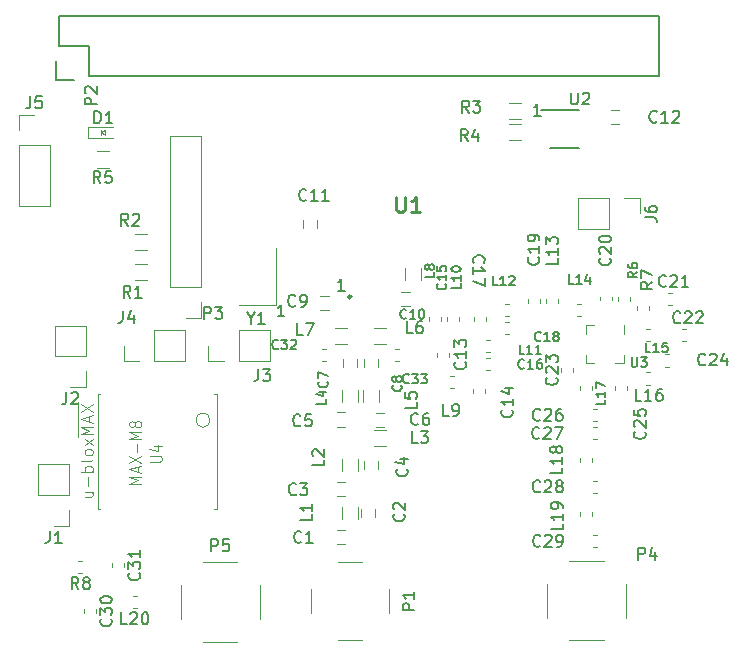
<source format=gto>
G04 #@! TF.GenerationSoftware,KiCad,Pcbnew,5.0.1-33cea8e~67~ubuntu18.04.1*
G04 #@! TF.CreationDate,2018-10-19T14:06:38-05:00*
G04 #@! TF.ProjectId,PiHatAx5043,50694861744178353034332E6B696361,V1.3*
G04 #@! TF.SameCoordinates,Original*
G04 #@! TF.FileFunction,Legend,Top*
G04 #@! TF.FilePolarity,Positive*
%FSLAX46Y46*%
G04 Gerber Fmt 4.6, Leading zero omitted, Abs format (unit mm)*
G04 Created by KiCad (PCBNEW 5.0.1-33cea8e~67~ubuntu18.04.1) date Fri 19 Oct 2018 02:06:38 PM CDT*
%MOMM*%
%LPD*%
G01*
G04 APERTURE LIST*
%ADD10C,0.254000*%
%ADD11C,0.100000*%
%ADD12C,0.120000*%
%ADD13C,0.150000*%
%ADD14C,0.050000*%
G04 APERTURE END LIST*
D10*
G04 #@! TO.C,U1*
X75726000Y-63302000D02*
G75*
G03X75726000Y-63302000I-125000J0D01*
G01*
D11*
G04 #@! TO.C,D1*
X54887000Y-49203000D02*
X54887000Y-49603000D01*
X54887000Y-49603000D02*
X54587000Y-49403000D01*
X54587000Y-49403000D02*
X54887000Y-49203000D01*
X54537000Y-49203000D02*
X54537000Y-49603000D01*
D12*
X53437000Y-48903000D02*
X53437000Y-49903000D01*
X53437000Y-49903000D02*
X55537000Y-49903000D01*
X53437000Y-48903000D02*
X55537000Y-48903000D01*
G04 #@! TO.C,Y1*
X66243000Y-63995000D02*
X69393000Y-63995000D01*
X69393000Y-63995000D02*
X69393000Y-59195000D01*
D13*
G04 #@! TO.C,U2*
X92536211Y-50732868D02*
X94986211Y-50732868D01*
X91811211Y-47482868D02*
X94986211Y-47482868D01*
G04 #@! TO.C,P2*
X101800000Y-39560000D02*
X51000000Y-39560000D01*
X53540000Y-44640000D02*
X101800000Y-44640000D01*
X101800000Y-39560000D02*
X101800000Y-44640000D01*
X51000000Y-39560000D02*
X51000000Y-42100000D01*
X50720000Y-43370000D02*
X50720000Y-44920000D01*
X51000000Y-42100000D02*
X53540000Y-42100000D01*
X53540000Y-42100000D02*
X53540000Y-44640000D01*
X50720000Y-44920000D02*
X52270000Y-44920000D01*
D12*
G04 #@! TO.C,C1*
X74516500Y-83029500D02*
X75216500Y-83029500D01*
X75216500Y-84229500D02*
X74516500Y-84229500D01*
G04 #@! TO.C,C2*
X76552500Y-81947500D02*
X76552500Y-81247500D01*
X77752500Y-81247500D02*
X77752500Y-81947500D01*
G04 #@! TO.C,C3*
X74516500Y-78965500D02*
X75216500Y-78965500D01*
X75216500Y-80165500D02*
X74516500Y-80165500D01*
G04 #@! TO.C,C4*
X76806500Y-77883500D02*
X76806500Y-77183500D01*
X78006500Y-77183500D02*
X78006500Y-77883500D01*
G04 #@! TO.C,C5*
X75203800Y-74310800D02*
X74503800Y-74310800D01*
X74503800Y-73110800D02*
X75203800Y-73110800D01*
G04 #@! TO.C,C6*
X78518500Y-74323500D02*
X77818500Y-74323500D01*
X77818500Y-73123500D02*
X78518500Y-73123500D01*
G04 #@! TO.C,C7*
X75028500Y-69247500D02*
X75028500Y-68547500D01*
X76228500Y-68547500D02*
X76228500Y-69247500D01*
G04 #@! TO.C,C8*
X76806500Y-69247500D02*
X76806500Y-68547500D01*
X78006500Y-68547500D02*
X78006500Y-69247500D01*
G04 #@! TO.C,C9*
X73119500Y-63217500D02*
X73819500Y-63217500D01*
X73819500Y-64417500D02*
X73119500Y-64417500D01*
G04 #@! TO.C,C10*
X80690200Y-64074600D02*
X79990200Y-64074600D01*
X79990200Y-62874600D02*
X80690200Y-62874600D01*
G04 #@! TO.C,C11*
X72863000Y-56800000D02*
X72863000Y-57500000D01*
X71663000Y-57500000D02*
X71663000Y-56800000D01*
G04 #@! TO.C,C12*
X98429211Y-48691868D02*
X97729211Y-48691868D01*
X97729211Y-47491868D02*
X98429211Y-47491868D01*
G04 #@! TO.C,L1*
X74948500Y-82097500D02*
X74948500Y-81097500D01*
X76308500Y-81097500D02*
X76308500Y-82097500D01*
G04 #@! TO.C,L2*
X74948500Y-78033500D02*
X74948500Y-77033500D01*
X76308500Y-77033500D02*
X76308500Y-78033500D01*
G04 #@! TO.C,L3*
X77668500Y-74567500D02*
X78668500Y-74567500D01*
X78668500Y-75927500D02*
X77668500Y-75927500D01*
G04 #@! TO.C,L4*
X74948500Y-72191500D02*
X74948500Y-71191500D01*
X76308500Y-71191500D02*
X76308500Y-72191500D01*
G04 #@! TO.C,L5*
X76726500Y-72191500D02*
X76726500Y-71191500D01*
X78086500Y-71191500D02*
X78086500Y-72191500D01*
G04 #@! TO.C,L6*
X77668500Y-65931500D02*
X78668500Y-65931500D01*
X78668500Y-67291500D02*
X77668500Y-67291500D01*
G04 #@! TO.C,L7*
X74366500Y-65931500D02*
X75366500Y-65931500D01*
X75366500Y-67291500D02*
X74366500Y-67291500D01*
G04 #@! TO.C,L8*
X80295200Y-61917200D02*
X80295200Y-60917200D01*
X81655200Y-60917200D02*
X81655200Y-61917200D01*
G04 #@! TO.C,P1*
X78928500Y-88090500D02*
X78928500Y-90090500D01*
X72328500Y-88090500D02*
X72328500Y-90090500D01*
X76628500Y-92390500D02*
X74628500Y-92390500D01*
X76628500Y-85790500D02*
X74628500Y-85790500D01*
G04 #@! TO.C,P3*
X63052000Y-49724000D02*
X60392000Y-49724000D01*
X63052000Y-62484000D02*
X63052000Y-49724000D01*
X60392000Y-62484000D02*
X60392000Y-49724000D01*
X63052000Y-62484000D02*
X60392000Y-62484000D01*
X63052000Y-63754000D02*
X63052000Y-65084000D01*
X63052000Y-65084000D02*
X61722000Y-65084000D01*
G04 #@! TO.C,R1*
X57412000Y-60534000D02*
X58412000Y-60534000D01*
X58412000Y-61894000D02*
X57412000Y-61894000D01*
G04 #@! TO.C,R2*
X57412000Y-57994000D02*
X58412000Y-57994000D01*
X58412000Y-59354000D02*
X57412000Y-59354000D01*
G04 #@! TO.C,R3*
X90070211Y-48263868D02*
X89070211Y-48263868D01*
X89070211Y-46903868D02*
X90070211Y-46903868D01*
G04 #@! TO.C,R4*
X90070211Y-50041868D02*
X89070211Y-50041868D01*
X89070211Y-48681868D02*
X90070211Y-48681868D01*
G04 #@! TO.C,R5*
X55237000Y-52369000D02*
X54237000Y-52369000D01*
X54237000Y-51009000D02*
X55237000Y-51009000D01*
G04 #@! TO.C,C13*
X82979800Y-68087021D02*
X82979800Y-68412579D01*
X83999800Y-68087021D02*
X83999800Y-68412579D01*
G04 #@! TO.C,C14*
X87073200Y-71160521D02*
X87073200Y-71486079D01*
X86053200Y-71160521D02*
X86053200Y-71486079D01*
G04 #@! TO.C,C15*
X83326700Y-65051721D02*
X83326700Y-65377279D01*
X82306700Y-65051721D02*
X82306700Y-65377279D01*
G04 #@! TO.C,C16*
X87513379Y-69547200D02*
X87187821Y-69547200D01*
X87513379Y-68527200D02*
X87187821Y-68527200D01*
G04 #@! TO.C,C17*
X87136700Y-65326479D02*
X87136700Y-65000921D01*
X86116700Y-65326479D02*
X86116700Y-65000921D01*
G04 #@! TO.C,C18*
X89088179Y-66461100D02*
X88762621Y-66461100D01*
X89088179Y-65441100D02*
X88762621Y-65441100D01*
G04 #@! TO.C,C19*
X91734100Y-63802479D02*
X91734100Y-63476921D01*
X90714100Y-63802479D02*
X90714100Y-63476921D01*
G04 #@! TO.C,C20*
X96810100Y-63624679D02*
X96810100Y-63299121D01*
X97830100Y-63624679D02*
X97830100Y-63299121D01*
G04 #@! TO.C,C21*
X102542121Y-63997300D02*
X102867679Y-63997300D01*
X102542121Y-62977300D02*
X102867679Y-62977300D01*
G04 #@! TO.C,C22*
X104061479Y-67083400D02*
X103735921Y-67083400D01*
X104061479Y-66063400D02*
X103735921Y-66063400D01*
G04 #@! TO.C,C23*
X94553500Y-69695279D02*
X94553500Y-69369721D01*
X93533500Y-69695279D02*
X93533500Y-69369721D01*
G04 #@! TO.C,C24*
X102613679Y-68197000D02*
X102288121Y-68197000D01*
X102613679Y-69217000D02*
X102288121Y-69217000D01*
G04 #@! TO.C,C25*
X98105500Y-71181179D02*
X98105500Y-70855621D01*
X99125500Y-71181179D02*
X99125500Y-70855621D01*
G04 #@! TO.C,C26*
X96204821Y-73852500D02*
X96530379Y-73852500D01*
X96204821Y-72832500D02*
X96530379Y-72832500D01*
G04 #@! TO.C,C27*
X96530379Y-75376500D02*
X96204821Y-75376500D01*
X96530379Y-74356500D02*
X96204821Y-74356500D01*
G04 #@! TO.C,C28*
X96555779Y-78915800D02*
X96230221Y-78915800D01*
X96555779Y-79935800D02*
X96230221Y-79935800D01*
G04 #@! TO.C,C29*
X96555779Y-84533200D02*
X96230221Y-84533200D01*
X96555779Y-83513200D02*
X96230221Y-83513200D01*
G04 #@! TO.C,C30*
X54104000Y-89778621D02*
X54104000Y-90104179D01*
X53084000Y-89778621D02*
X53084000Y-90104179D01*
G04 #@! TO.C,C31*
X55471600Y-85892421D02*
X55471600Y-86217979D01*
X56491600Y-85892421D02*
X56491600Y-86217979D01*
G04 #@! TO.C,C32*
X73568779Y-67714400D02*
X73243221Y-67714400D01*
X73568779Y-68734400D02*
X73243221Y-68734400D01*
G04 #@! TO.C,C33*
X79791779Y-68734400D02*
X79466221Y-68734400D01*
X79791779Y-67714400D02*
X79466221Y-67714400D01*
G04 #@! TO.C,J1*
X51876000Y-77511600D02*
X49216000Y-77511600D01*
X51876000Y-80111600D02*
X51876000Y-77511600D01*
X49216000Y-80111600D02*
X49216000Y-77511600D01*
X51876000Y-80111600D02*
X49216000Y-80111600D01*
X51876000Y-81381600D02*
X51876000Y-82711600D01*
X51876000Y-82711600D02*
X50546000Y-82711600D01*
G04 #@! TO.C,J2*
X53273000Y-70951400D02*
X51943000Y-70951400D01*
X53273000Y-69621400D02*
X53273000Y-70951400D01*
X53273000Y-68351400D02*
X50613000Y-68351400D01*
X50613000Y-68351400D02*
X50613000Y-65751400D01*
X53273000Y-68351400D02*
X53273000Y-65751400D01*
X53273000Y-65751400D02*
X50613000Y-65751400D01*
G04 #@! TO.C,J3*
X68843200Y-68792400D02*
X68843200Y-66132400D01*
X66243200Y-68792400D02*
X68843200Y-68792400D01*
X66243200Y-66132400D02*
X68843200Y-66132400D01*
X66243200Y-68792400D02*
X66243200Y-66132400D01*
X64973200Y-68792400D02*
X63643200Y-68792400D01*
X63643200Y-68792400D02*
X63643200Y-67462400D01*
G04 #@! TO.C,J4*
X56455000Y-68792400D02*
X56455000Y-67462400D01*
X57785000Y-68792400D02*
X56455000Y-68792400D01*
X59055000Y-68792400D02*
X59055000Y-66132400D01*
X59055000Y-66132400D02*
X61655000Y-66132400D01*
X59055000Y-68792400D02*
X61655000Y-68792400D01*
X61655000Y-68792400D02*
X61655000Y-66132400D01*
G04 #@! TO.C,J5*
X47565000Y-55635200D02*
X50225000Y-55635200D01*
X47565000Y-50495200D02*
X47565000Y-55635200D01*
X50225000Y-50495200D02*
X50225000Y-55635200D01*
X47565000Y-50495200D02*
X50225000Y-50495200D01*
X47565000Y-49225200D02*
X47565000Y-47895200D01*
X47565000Y-47895200D02*
X48895000Y-47895200D01*
G04 #@! TO.C,J6*
X94948700Y-54931000D02*
X94948700Y-57591000D01*
X97548700Y-54931000D02*
X94948700Y-54931000D01*
X97548700Y-57591000D02*
X94948700Y-57591000D01*
X97548700Y-54931000D02*
X97548700Y-57591000D01*
X98818700Y-54931000D02*
X100148700Y-54931000D01*
X100148700Y-54931000D02*
X100148700Y-56261000D01*
G04 #@! TO.C,L9*
X84114421Y-71045800D02*
X84439979Y-71045800D01*
X84114421Y-70025800D02*
X84439979Y-70025800D01*
G04 #@! TO.C,L10*
X83856100Y-65377279D02*
X83856100Y-65051721D01*
X84876100Y-65377279D02*
X84876100Y-65051721D01*
G04 #@! TO.C,L11*
X87187821Y-68010500D02*
X87513379Y-68010500D01*
X87187821Y-66990500D02*
X87513379Y-66990500D01*
G04 #@! TO.C,L12*
X88775321Y-64937100D02*
X89100879Y-64937100D01*
X88775321Y-63917100D02*
X89100879Y-63917100D01*
G04 #@! TO.C,L13*
X93283500Y-63802479D02*
X93283500Y-63476921D01*
X92263500Y-63802479D02*
X92263500Y-63476921D01*
G04 #@! TO.C,L14*
X94884021Y-63904400D02*
X95209579Y-63904400D01*
X94884021Y-64924400D02*
X95209579Y-64924400D01*
G04 #@! TO.C,L15*
X101026179Y-67083400D02*
X100700621Y-67083400D01*
X101026179Y-66063400D02*
X100700621Y-66063400D01*
G04 #@! TO.C,L16*
X101051579Y-70741000D02*
X100726021Y-70741000D01*
X101051579Y-69721000D02*
X100726021Y-69721000D01*
G04 #@! TO.C,L17*
X96090200Y-70893721D02*
X96090200Y-71219279D01*
X95070200Y-70893721D02*
X95070200Y-71219279D01*
G04 #@! TO.C,L18*
X95070200Y-77302579D02*
X95070200Y-76977021D01*
X96090200Y-77302579D02*
X96090200Y-76977021D01*
G04 #@! TO.C,L19*
X96141000Y-81874579D02*
X96141000Y-81549021D01*
X95121000Y-81874579D02*
X95121000Y-81549021D01*
G04 #@! TO.C,L20*
X57566779Y-88644000D02*
X57241221Y-88644000D01*
X57566779Y-89664000D02*
X57241221Y-89664000D01*
G04 #@! TO.C,P4*
X92301400Y-87602400D02*
X92301400Y-90502400D01*
X99011400Y-87602400D02*
X99011400Y-90502400D01*
X94206400Y-92407400D02*
X97106400Y-92407400D01*
X94206400Y-85697400D02*
X97106400Y-85697400D01*
G04 #@! TO.C,P5*
X63193000Y-85799000D02*
X66093000Y-85799000D01*
X63193000Y-92509000D02*
X66093000Y-92509000D01*
X67998000Y-87704000D02*
X67998000Y-90604000D01*
X61288000Y-87704000D02*
X61288000Y-90604000D01*
G04 #@! TO.C,R6*
X99379500Y-63311721D02*
X99379500Y-63637279D01*
X98359500Y-63311721D02*
X98359500Y-63637279D01*
G04 #@! TO.C,R7*
X99908900Y-64099221D02*
X99908900Y-64424779D01*
X100928900Y-64099221D02*
X100928900Y-64424779D01*
G04 #@! TO.C,R8*
X52969379Y-86692200D02*
X52643821Y-86692200D01*
X52969379Y-85672200D02*
X52643821Y-85672200D01*
G04 #@! TO.C,U3*
X98803100Y-68233100D02*
X98803100Y-68958100D01*
X98803100Y-68958100D02*
X98078100Y-68958100D01*
X95583100Y-66463100D02*
X95583100Y-65738100D01*
X95583100Y-65738100D02*
X96308100Y-65738100D01*
X95583100Y-68233100D02*
X95583100Y-68958100D01*
X95583100Y-68958100D02*
X96308100Y-68958100D01*
X98803100Y-66463100D02*
X98803100Y-65738100D01*
D11*
G04 #@! TO.C,U4*
X64132800Y-81256400D02*
X64382800Y-81256400D01*
X64382800Y-81256400D02*
X64382800Y-71556400D01*
X64132800Y-71556400D02*
X64382800Y-71556400D01*
X54282800Y-81256400D02*
X54282800Y-71556400D01*
X54282800Y-71556400D02*
X54432800Y-71556400D01*
X54282800Y-81256400D02*
X54432800Y-81256400D01*
X63782800Y-73756400D02*
G75*
G03X63782800Y-73756400I-600000J0D01*
G01*
G04 #@! TO.C,U1*
D10*
X79550380Y-54867023D02*
X79550380Y-55895119D01*
X79610857Y-56016071D01*
X79671333Y-56076547D01*
X79792285Y-56137023D01*
X80034190Y-56137023D01*
X80155142Y-56076547D01*
X80215619Y-56016071D01*
X80276095Y-55895119D01*
X80276095Y-54867023D01*
X81546095Y-56137023D02*
X80820380Y-56137023D01*
X81183238Y-56137023D02*
X81183238Y-54867023D01*
X81062285Y-55048452D01*
X80941333Y-55169404D01*
X80820380Y-55229880D01*
D13*
X75177614Y-62783980D02*
X74606185Y-62783980D01*
X74891900Y-62783980D02*
X74891900Y-61783980D01*
X74796661Y-61926838D01*
X74701423Y-62022076D01*
X74606185Y-62069695D01*
G04 #@! TO.C,D1*
X53998904Y-48605380D02*
X53998904Y-47605380D01*
X54237000Y-47605380D01*
X54379857Y-47653000D01*
X54475095Y-47748238D01*
X54522714Y-47843476D01*
X54570333Y-48033952D01*
X54570333Y-48176809D01*
X54522714Y-48367285D01*
X54475095Y-48462523D01*
X54379857Y-48557761D01*
X54237000Y-48605380D01*
X53998904Y-48605380D01*
X55522714Y-48605380D02*
X54951285Y-48605380D01*
X55237000Y-48605380D02*
X55237000Y-47605380D01*
X55141761Y-47748238D01*
X55046523Y-47843476D01*
X54951285Y-47891095D01*
G04 #@! TO.C,Y1*
X67214809Y-65127190D02*
X67214809Y-65603380D01*
X66881476Y-64603380D02*
X67214809Y-65127190D01*
X67548142Y-64603380D01*
X68405285Y-65603380D02*
X67833857Y-65603380D01*
X68119571Y-65603380D02*
X68119571Y-64603380D01*
X68024333Y-64746238D01*
X67929095Y-64841476D01*
X67833857Y-64889095D01*
X70072214Y-64968380D02*
X69500785Y-64968380D01*
X69786500Y-64968380D02*
X69786500Y-63968380D01*
X69691261Y-64111238D01*
X69596023Y-64206476D01*
X69500785Y-64254095D01*
G04 #@! TO.C,U2*
X94332806Y-46020248D02*
X94332806Y-46829772D01*
X94380425Y-46925010D01*
X94428044Y-46972629D01*
X94523282Y-47020248D01*
X94713758Y-47020248D01*
X94808996Y-46972629D01*
X94856615Y-46925010D01*
X94904234Y-46829772D01*
X94904234Y-46020248D01*
X95332806Y-46115487D02*
X95380425Y-46067868D01*
X95475663Y-46020248D01*
X95713758Y-46020248D01*
X95808996Y-46067868D01*
X95856615Y-46115487D01*
X95904234Y-46210725D01*
X95904234Y-46305963D01*
X95856615Y-46448820D01*
X95285187Y-47020248D01*
X95904234Y-47020248D01*
X91760925Y-47972748D02*
X91189496Y-47972748D01*
X91475211Y-47972748D02*
X91475211Y-46972748D01*
X91379972Y-47115606D01*
X91284734Y-47210844D01*
X91189496Y-47258463D01*
G04 #@! TO.C,P2*
X54173380Y-47029595D02*
X53173380Y-47029595D01*
X53173380Y-46648642D01*
X53221000Y-46553404D01*
X53268619Y-46505785D01*
X53363857Y-46458166D01*
X53506714Y-46458166D01*
X53601952Y-46505785D01*
X53649571Y-46553404D01*
X53697190Y-46648642D01*
X53697190Y-47029595D01*
X53268619Y-46077214D02*
X53221000Y-46029595D01*
X53173380Y-45934357D01*
X53173380Y-45696261D01*
X53221000Y-45601023D01*
X53268619Y-45553404D01*
X53363857Y-45505785D01*
X53459095Y-45505785D01*
X53601952Y-45553404D01*
X54173380Y-46124833D01*
X54173380Y-45505785D01*
G04 #@! TO.C,C1*
X71524833Y-84050142D02*
X71477214Y-84097761D01*
X71334357Y-84145380D01*
X71239119Y-84145380D01*
X71096261Y-84097761D01*
X71001023Y-84002523D01*
X70953404Y-83907285D01*
X70905785Y-83716809D01*
X70905785Y-83573952D01*
X70953404Y-83383476D01*
X71001023Y-83288238D01*
X71096261Y-83193000D01*
X71239119Y-83145380D01*
X71334357Y-83145380D01*
X71477214Y-83193000D01*
X71524833Y-83240619D01*
X72477214Y-84145380D02*
X71905785Y-84145380D01*
X72191500Y-84145380D02*
X72191500Y-83145380D01*
X72096261Y-83288238D01*
X72001023Y-83383476D01*
X71905785Y-83431095D01*
G04 #@! TO.C,C2*
X80176642Y-81700666D02*
X80224261Y-81748285D01*
X80271880Y-81891142D01*
X80271880Y-81986380D01*
X80224261Y-82129238D01*
X80129023Y-82224476D01*
X80033785Y-82272095D01*
X79843309Y-82319714D01*
X79700452Y-82319714D01*
X79509976Y-82272095D01*
X79414738Y-82224476D01*
X79319500Y-82129238D01*
X79271880Y-81986380D01*
X79271880Y-81891142D01*
X79319500Y-81748285D01*
X79367119Y-81700666D01*
X79367119Y-81319714D02*
X79319500Y-81272095D01*
X79271880Y-81176857D01*
X79271880Y-80938761D01*
X79319500Y-80843523D01*
X79367119Y-80795904D01*
X79462357Y-80748285D01*
X79557595Y-80748285D01*
X79700452Y-80795904D01*
X80271880Y-81367333D01*
X80271880Y-80748285D01*
G04 #@! TO.C,C3*
X71067633Y-80011542D02*
X71020014Y-80059161D01*
X70877157Y-80106780D01*
X70781919Y-80106780D01*
X70639061Y-80059161D01*
X70543823Y-79963923D01*
X70496204Y-79868685D01*
X70448585Y-79678209D01*
X70448585Y-79535352D01*
X70496204Y-79344876D01*
X70543823Y-79249638D01*
X70639061Y-79154400D01*
X70781919Y-79106780D01*
X70877157Y-79106780D01*
X71020014Y-79154400D01*
X71067633Y-79202019D01*
X71400966Y-79106780D02*
X72020014Y-79106780D01*
X71686680Y-79487733D01*
X71829538Y-79487733D01*
X71924776Y-79535352D01*
X71972395Y-79582971D01*
X72020014Y-79678209D01*
X72020014Y-79916304D01*
X71972395Y-80011542D01*
X71924776Y-80059161D01*
X71829538Y-80106780D01*
X71543823Y-80106780D01*
X71448585Y-80059161D01*
X71400966Y-80011542D01*
G04 #@! TO.C,C4*
X80430642Y-77890666D02*
X80478261Y-77938285D01*
X80525880Y-78081142D01*
X80525880Y-78176380D01*
X80478261Y-78319238D01*
X80383023Y-78414476D01*
X80287785Y-78462095D01*
X80097309Y-78509714D01*
X79954452Y-78509714D01*
X79763976Y-78462095D01*
X79668738Y-78414476D01*
X79573500Y-78319238D01*
X79525880Y-78176380D01*
X79525880Y-78081142D01*
X79573500Y-77938285D01*
X79621119Y-77890666D01*
X79859214Y-77033523D02*
X80525880Y-77033523D01*
X79478261Y-77271619D02*
X80192547Y-77509714D01*
X80192547Y-76890666D01*
G04 #@! TO.C,C5*
X71435933Y-74182242D02*
X71388314Y-74229861D01*
X71245457Y-74277480D01*
X71150219Y-74277480D01*
X71007361Y-74229861D01*
X70912123Y-74134623D01*
X70864504Y-74039385D01*
X70816885Y-73848909D01*
X70816885Y-73706052D01*
X70864504Y-73515576D01*
X70912123Y-73420338D01*
X71007361Y-73325100D01*
X71150219Y-73277480D01*
X71245457Y-73277480D01*
X71388314Y-73325100D01*
X71435933Y-73372719D01*
X72340695Y-73277480D02*
X71864504Y-73277480D01*
X71816885Y-73753671D01*
X71864504Y-73706052D01*
X71959742Y-73658433D01*
X72197838Y-73658433D01*
X72293076Y-73706052D01*
X72340695Y-73753671D01*
X72388314Y-73848909D01*
X72388314Y-74087004D01*
X72340695Y-74182242D01*
X72293076Y-74229861D01*
X72197838Y-74277480D01*
X71959742Y-74277480D01*
X71864504Y-74229861D01*
X71816885Y-74182242D01*
G04 #@! TO.C,C6*
X81392733Y-74067942D02*
X81345114Y-74115561D01*
X81202257Y-74163180D01*
X81107019Y-74163180D01*
X80964161Y-74115561D01*
X80868923Y-74020323D01*
X80821304Y-73925085D01*
X80773685Y-73734609D01*
X80773685Y-73591752D01*
X80821304Y-73401276D01*
X80868923Y-73306038D01*
X80964161Y-73210800D01*
X81107019Y-73163180D01*
X81202257Y-73163180D01*
X81345114Y-73210800D01*
X81392733Y-73258419D01*
X82249876Y-73163180D02*
X82059400Y-73163180D01*
X81964161Y-73210800D01*
X81916542Y-73258419D01*
X81821304Y-73401276D01*
X81773685Y-73591752D01*
X81773685Y-73972704D01*
X81821304Y-74067942D01*
X81868923Y-74115561D01*
X81964161Y-74163180D01*
X82154638Y-74163180D01*
X82249876Y-74115561D01*
X82297495Y-74067942D01*
X82345114Y-73972704D01*
X82345114Y-73734609D01*
X82297495Y-73639371D01*
X82249876Y-73591752D01*
X82154638Y-73544133D01*
X81964161Y-73544133D01*
X81868923Y-73591752D01*
X81821304Y-73639371D01*
X81773685Y-73734609D01*
G04 #@! TO.C,C7*
X73666314Y-70491333D02*
X73704409Y-70529428D01*
X73742504Y-70643714D01*
X73742504Y-70719904D01*
X73704409Y-70834190D01*
X73628219Y-70910380D01*
X73552028Y-70948476D01*
X73399647Y-70986571D01*
X73285361Y-70986571D01*
X73132980Y-70948476D01*
X73056790Y-70910380D01*
X72980600Y-70834190D01*
X72942504Y-70719904D01*
X72942504Y-70643714D01*
X72980600Y-70529428D01*
X73018695Y-70491333D01*
X72942504Y-70224666D02*
X72942504Y-69691333D01*
X73742504Y-70034190D01*
G04 #@! TO.C,C8*
X79940114Y-70816453D02*
X79978209Y-70854548D01*
X80016304Y-70968834D01*
X80016304Y-71045024D01*
X79978209Y-71159310D01*
X79902019Y-71235500D01*
X79825828Y-71273596D01*
X79673447Y-71311691D01*
X79559161Y-71311691D01*
X79406780Y-71273596D01*
X79330590Y-71235500D01*
X79254400Y-71159310D01*
X79216304Y-71045024D01*
X79216304Y-70968834D01*
X79254400Y-70854548D01*
X79292495Y-70816453D01*
X79559161Y-70359310D02*
X79521066Y-70435500D01*
X79482971Y-70473596D01*
X79406780Y-70511691D01*
X79368685Y-70511691D01*
X79292495Y-70473596D01*
X79254400Y-70435500D01*
X79216304Y-70359310D01*
X79216304Y-70206929D01*
X79254400Y-70130739D01*
X79292495Y-70092643D01*
X79368685Y-70054548D01*
X79406780Y-70054548D01*
X79482971Y-70092643D01*
X79521066Y-70130739D01*
X79559161Y-70206929D01*
X79559161Y-70359310D01*
X79597257Y-70435500D01*
X79635352Y-70473596D01*
X79711542Y-70511691D01*
X79863923Y-70511691D01*
X79940114Y-70473596D01*
X79978209Y-70435500D01*
X80016304Y-70359310D01*
X80016304Y-70206929D01*
X79978209Y-70130739D01*
X79940114Y-70092643D01*
X79863923Y-70054548D01*
X79711542Y-70054548D01*
X79635352Y-70092643D01*
X79597257Y-70130739D01*
X79559161Y-70206929D01*
G04 #@! TO.C,C9*
X71016833Y-64047642D02*
X70969214Y-64095261D01*
X70826357Y-64142880D01*
X70731119Y-64142880D01*
X70588261Y-64095261D01*
X70493023Y-64000023D01*
X70445404Y-63904785D01*
X70397785Y-63714309D01*
X70397785Y-63571452D01*
X70445404Y-63380976D01*
X70493023Y-63285738D01*
X70588261Y-63190500D01*
X70731119Y-63142880D01*
X70826357Y-63142880D01*
X70969214Y-63190500D01*
X71016833Y-63238119D01*
X71493023Y-64142880D02*
X71683500Y-64142880D01*
X71778738Y-64095261D01*
X71826357Y-64047642D01*
X71921595Y-63904785D01*
X71969214Y-63714309D01*
X71969214Y-63333357D01*
X71921595Y-63238119D01*
X71873976Y-63190500D01*
X71778738Y-63142880D01*
X71588261Y-63142880D01*
X71493023Y-63190500D01*
X71445404Y-63238119D01*
X71397785Y-63333357D01*
X71397785Y-63571452D01*
X71445404Y-63666690D01*
X71493023Y-63714309D01*
X71588261Y-63761928D01*
X71778738Y-63761928D01*
X71873976Y-63714309D01*
X71921595Y-63666690D01*
X71969214Y-63571452D01*
G04 #@! TO.C,C10*
X80397414Y-65093814D02*
X80359319Y-65131909D01*
X80245033Y-65170004D01*
X80168842Y-65170004D01*
X80054557Y-65131909D01*
X79978366Y-65055719D01*
X79940271Y-64979528D01*
X79902176Y-64827147D01*
X79902176Y-64712861D01*
X79940271Y-64560480D01*
X79978366Y-64484290D01*
X80054557Y-64408100D01*
X80168842Y-64370004D01*
X80245033Y-64370004D01*
X80359319Y-64408100D01*
X80397414Y-64446195D01*
X81159319Y-65170004D02*
X80702176Y-65170004D01*
X80930747Y-65170004D02*
X80930747Y-64370004D01*
X80854557Y-64484290D01*
X80778366Y-64560480D01*
X80702176Y-64598576D01*
X81654557Y-64370004D02*
X81730747Y-64370004D01*
X81806938Y-64408100D01*
X81845033Y-64446195D01*
X81883128Y-64522385D01*
X81921223Y-64674766D01*
X81921223Y-64865242D01*
X81883128Y-65017623D01*
X81845033Y-65093814D01*
X81806938Y-65131909D01*
X81730747Y-65170004D01*
X81654557Y-65170004D01*
X81578366Y-65131909D01*
X81540271Y-65093814D01*
X81502176Y-65017623D01*
X81464080Y-64865242D01*
X81464080Y-64674766D01*
X81502176Y-64522385D01*
X81540271Y-64446195D01*
X81578366Y-64408100D01*
X81654557Y-64370004D01*
G04 #@! TO.C,C11*
X71937642Y-55094142D02*
X71890023Y-55141761D01*
X71747166Y-55189380D01*
X71651928Y-55189380D01*
X71509071Y-55141761D01*
X71413833Y-55046523D01*
X71366214Y-54951285D01*
X71318595Y-54760809D01*
X71318595Y-54617952D01*
X71366214Y-54427476D01*
X71413833Y-54332238D01*
X71509071Y-54237000D01*
X71651928Y-54189380D01*
X71747166Y-54189380D01*
X71890023Y-54237000D01*
X71937642Y-54284619D01*
X72890023Y-55189380D02*
X72318595Y-55189380D01*
X72604309Y-55189380D02*
X72604309Y-54189380D01*
X72509071Y-54332238D01*
X72413833Y-54427476D01*
X72318595Y-54475095D01*
X73842404Y-55189380D02*
X73270976Y-55189380D01*
X73556690Y-55189380D02*
X73556690Y-54189380D01*
X73461452Y-54332238D01*
X73366214Y-54427476D01*
X73270976Y-54475095D01*
G04 #@! TO.C,C12*
X101604842Y-48464742D02*
X101557223Y-48512361D01*
X101414366Y-48559980D01*
X101319128Y-48559980D01*
X101176271Y-48512361D01*
X101081033Y-48417123D01*
X101033414Y-48321885D01*
X100985795Y-48131409D01*
X100985795Y-47988552D01*
X101033414Y-47798076D01*
X101081033Y-47702838D01*
X101176271Y-47607600D01*
X101319128Y-47559980D01*
X101414366Y-47559980D01*
X101557223Y-47607600D01*
X101604842Y-47655219D01*
X102557223Y-48559980D02*
X101985795Y-48559980D01*
X102271509Y-48559980D02*
X102271509Y-47559980D01*
X102176271Y-47702838D01*
X102081033Y-47798076D01*
X101985795Y-47845695D01*
X102938176Y-47655219D02*
X102985795Y-47607600D01*
X103081033Y-47559980D01*
X103319128Y-47559980D01*
X103414366Y-47607600D01*
X103461985Y-47655219D01*
X103509604Y-47750457D01*
X103509604Y-47845695D01*
X103461985Y-47988552D01*
X102890557Y-48559980D01*
X103509604Y-48559980D01*
G04 #@! TO.C,L1*
X72410580Y-81738766D02*
X72410580Y-82214957D01*
X71410580Y-82214957D01*
X72410580Y-80881623D02*
X72410580Y-81453052D01*
X72410580Y-81167338D02*
X71410580Y-81167338D01*
X71553438Y-81262576D01*
X71648676Y-81357814D01*
X71696295Y-81453052D01*
G04 #@! TO.C,L2*
X73439280Y-77090566D02*
X73439280Y-77566757D01*
X72439280Y-77566757D01*
X72534519Y-76804852D02*
X72486900Y-76757233D01*
X72439280Y-76661995D01*
X72439280Y-76423900D01*
X72486900Y-76328661D01*
X72534519Y-76281042D01*
X72629757Y-76233423D01*
X72724995Y-76233423D01*
X72867852Y-76281042D01*
X73439280Y-76852471D01*
X73439280Y-76233423D01*
G04 #@! TO.C,L3*
X81367333Y-75687180D02*
X80891142Y-75687180D01*
X80891142Y-74687180D01*
X81605428Y-74687180D02*
X82224476Y-74687180D01*
X81891142Y-75068133D01*
X82034000Y-75068133D01*
X82129238Y-75115752D01*
X82176857Y-75163371D01*
X82224476Y-75258609D01*
X82224476Y-75496704D01*
X82176857Y-75591942D01*
X82129238Y-75639561D01*
X82034000Y-75687180D01*
X81748285Y-75687180D01*
X81653047Y-75639561D01*
X81605428Y-75591942D01*
G04 #@! TO.C,L4*
X73577404Y-71977233D02*
X73577404Y-72358185D01*
X72777404Y-72358185D01*
X73044071Y-71367709D02*
X73577404Y-71367709D01*
X72739309Y-71558185D02*
X73310738Y-71748661D01*
X73310738Y-71253423D01*
G04 #@! TO.C,L5*
X81275180Y-72226466D02*
X81275180Y-72702657D01*
X80275180Y-72702657D01*
X80275180Y-71416942D02*
X80275180Y-71893133D01*
X80751371Y-71940752D01*
X80703752Y-71893133D01*
X80656133Y-71797895D01*
X80656133Y-71559800D01*
X80703752Y-71464561D01*
X80751371Y-71416942D01*
X80846609Y-71369323D01*
X81084704Y-71369323D01*
X81179942Y-71416942D01*
X81227561Y-71464561D01*
X81275180Y-71559800D01*
X81275180Y-71797895D01*
X81227561Y-71893133D01*
X81179942Y-71940752D01*
G04 #@! TO.C,L6*
X80935533Y-66390780D02*
X80459342Y-66390780D01*
X80459342Y-65390780D01*
X81697438Y-65390780D02*
X81506961Y-65390780D01*
X81411723Y-65438400D01*
X81364104Y-65486019D01*
X81268866Y-65628876D01*
X81221247Y-65819352D01*
X81221247Y-66200304D01*
X81268866Y-66295542D01*
X81316485Y-66343161D01*
X81411723Y-66390780D01*
X81602200Y-66390780D01*
X81697438Y-66343161D01*
X81745057Y-66295542D01*
X81792676Y-66200304D01*
X81792676Y-65962209D01*
X81745057Y-65866971D01*
X81697438Y-65819352D01*
X81602200Y-65771733D01*
X81411723Y-65771733D01*
X81316485Y-65819352D01*
X81268866Y-65866971D01*
X81221247Y-65962209D01*
G04 #@! TO.C,L7*
X71639133Y-66543180D02*
X71162942Y-66543180D01*
X71162942Y-65543180D01*
X71877228Y-65543180D02*
X72543895Y-65543180D01*
X72115323Y-66543180D01*
G04 #@! TO.C,L8*
X82759504Y-61233033D02*
X82759504Y-61613985D01*
X81959504Y-61613985D01*
X82302361Y-60852080D02*
X82264266Y-60928271D01*
X82226171Y-60966366D01*
X82149980Y-61004461D01*
X82111885Y-61004461D01*
X82035695Y-60966366D01*
X81997600Y-60928271D01*
X81959504Y-60852080D01*
X81959504Y-60699700D01*
X81997600Y-60623509D01*
X82035695Y-60585414D01*
X82111885Y-60547319D01*
X82149980Y-60547319D01*
X82226171Y-60585414D01*
X82264266Y-60623509D01*
X82302361Y-60699700D01*
X82302361Y-60852080D01*
X82340457Y-60928271D01*
X82378552Y-60966366D01*
X82454742Y-61004461D01*
X82607123Y-61004461D01*
X82683314Y-60966366D01*
X82721409Y-60928271D01*
X82759504Y-60852080D01*
X82759504Y-60699700D01*
X82721409Y-60623509D01*
X82683314Y-60585414D01*
X82607123Y-60547319D01*
X82454742Y-60547319D01*
X82378552Y-60585414D01*
X82340457Y-60623509D01*
X82302361Y-60699700D01*
G04 #@! TO.C,P1*
X81080880Y-89828595D02*
X80080880Y-89828595D01*
X80080880Y-89447642D01*
X80128500Y-89352404D01*
X80176119Y-89304785D01*
X80271357Y-89257166D01*
X80414214Y-89257166D01*
X80509452Y-89304785D01*
X80557071Y-89352404D01*
X80604690Y-89447642D01*
X80604690Y-89828595D01*
X81080880Y-88304785D02*
X81080880Y-88876214D01*
X81080880Y-88590500D02*
X80080880Y-88590500D01*
X80223738Y-88685738D01*
X80318976Y-88780976D01*
X80366595Y-88876214D01*
G04 #@! TO.C,P3*
X63295304Y-65171580D02*
X63295304Y-64171580D01*
X63676257Y-64171580D01*
X63771495Y-64219200D01*
X63819114Y-64266819D01*
X63866733Y-64362057D01*
X63866733Y-64504914D01*
X63819114Y-64600152D01*
X63771495Y-64647771D01*
X63676257Y-64695390D01*
X63295304Y-64695390D01*
X64200066Y-64171580D02*
X64819114Y-64171580D01*
X64485780Y-64552533D01*
X64628638Y-64552533D01*
X64723876Y-64600152D01*
X64771495Y-64647771D01*
X64819114Y-64743009D01*
X64819114Y-64981104D01*
X64771495Y-65076342D01*
X64723876Y-65123961D01*
X64628638Y-65171580D01*
X64342923Y-65171580D01*
X64247685Y-65123961D01*
X64200066Y-65076342D01*
G04 #@! TO.C,R1*
X57046833Y-63380880D02*
X56713500Y-62904690D01*
X56475404Y-63380880D02*
X56475404Y-62380880D01*
X56856357Y-62380880D01*
X56951595Y-62428500D01*
X56999214Y-62476119D01*
X57046833Y-62571357D01*
X57046833Y-62714214D01*
X56999214Y-62809452D01*
X56951595Y-62857071D01*
X56856357Y-62904690D01*
X56475404Y-62904690D01*
X57999214Y-63380880D02*
X57427785Y-63380880D01*
X57713500Y-63380880D02*
X57713500Y-62380880D01*
X57618261Y-62523738D01*
X57523023Y-62618976D01*
X57427785Y-62666595D01*
G04 #@! TO.C,R2*
X56856333Y-57284880D02*
X56523000Y-56808690D01*
X56284904Y-57284880D02*
X56284904Y-56284880D01*
X56665857Y-56284880D01*
X56761095Y-56332500D01*
X56808714Y-56380119D01*
X56856333Y-56475357D01*
X56856333Y-56618214D01*
X56808714Y-56713452D01*
X56761095Y-56761071D01*
X56665857Y-56808690D01*
X56284904Y-56808690D01*
X57237285Y-56380119D02*
X57284904Y-56332500D01*
X57380142Y-56284880D01*
X57618238Y-56284880D01*
X57713476Y-56332500D01*
X57761095Y-56380119D01*
X57808714Y-56475357D01*
X57808714Y-56570595D01*
X57761095Y-56713452D01*
X57189666Y-57284880D01*
X57808714Y-57284880D01*
G04 #@! TO.C,R3*
X85720544Y-47718748D02*
X85387211Y-47242558D01*
X85149115Y-47718748D02*
X85149115Y-46718748D01*
X85530068Y-46718748D01*
X85625306Y-46766368D01*
X85672925Y-46813987D01*
X85720544Y-46909225D01*
X85720544Y-47052082D01*
X85672925Y-47147320D01*
X85625306Y-47194939D01*
X85530068Y-47242558D01*
X85149115Y-47242558D01*
X86053877Y-46718748D02*
X86672925Y-46718748D01*
X86339591Y-47099701D01*
X86482449Y-47099701D01*
X86577687Y-47147320D01*
X86625306Y-47194939D01*
X86672925Y-47290177D01*
X86672925Y-47528272D01*
X86625306Y-47623510D01*
X86577687Y-47671129D01*
X86482449Y-47718748D01*
X86196734Y-47718748D01*
X86101496Y-47671129D01*
X86053877Y-47623510D01*
G04 #@! TO.C,R4*
X85593544Y-50131748D02*
X85260211Y-49655558D01*
X85022115Y-50131748D02*
X85022115Y-49131748D01*
X85403068Y-49131748D01*
X85498306Y-49179368D01*
X85545925Y-49226987D01*
X85593544Y-49322225D01*
X85593544Y-49465082D01*
X85545925Y-49560320D01*
X85498306Y-49607939D01*
X85403068Y-49655558D01*
X85022115Y-49655558D01*
X86450687Y-49465082D02*
X86450687Y-50131748D01*
X86212591Y-49084129D02*
X85974496Y-49798415D01*
X86593544Y-49798415D01*
G04 #@! TO.C,R5*
X54506833Y-53665380D02*
X54173500Y-53189190D01*
X53935404Y-53665380D02*
X53935404Y-52665380D01*
X54316357Y-52665380D01*
X54411595Y-52713000D01*
X54459214Y-52760619D01*
X54506833Y-52855857D01*
X54506833Y-52998714D01*
X54459214Y-53093952D01*
X54411595Y-53141571D01*
X54316357Y-53189190D01*
X53935404Y-53189190D01*
X55411595Y-52665380D02*
X54935404Y-52665380D01*
X54887785Y-53141571D01*
X54935404Y-53093952D01*
X55030642Y-53046333D01*
X55268738Y-53046333D01*
X55363976Y-53093952D01*
X55411595Y-53141571D01*
X55459214Y-53236809D01*
X55459214Y-53474904D01*
X55411595Y-53570142D01*
X55363976Y-53617761D01*
X55268738Y-53665380D01*
X55030642Y-53665380D01*
X54935404Y-53617761D01*
X54887785Y-53570142D01*
G04 #@! TO.C,C13*
X85370942Y-68841857D02*
X85418561Y-68889476D01*
X85466180Y-69032333D01*
X85466180Y-69127571D01*
X85418561Y-69270428D01*
X85323323Y-69365666D01*
X85228085Y-69413285D01*
X85037609Y-69460904D01*
X84894752Y-69460904D01*
X84704276Y-69413285D01*
X84609038Y-69365666D01*
X84513800Y-69270428D01*
X84466180Y-69127571D01*
X84466180Y-69032333D01*
X84513800Y-68889476D01*
X84561419Y-68841857D01*
X85466180Y-67889476D02*
X85466180Y-68460904D01*
X85466180Y-68175190D02*
X84466180Y-68175190D01*
X84609038Y-68270428D01*
X84704276Y-68365666D01*
X84751895Y-68460904D01*
X84466180Y-67556142D02*
X84466180Y-66937095D01*
X84847133Y-67270428D01*
X84847133Y-67127571D01*
X84894752Y-67032333D01*
X84942371Y-66984714D01*
X85037609Y-66937095D01*
X85275704Y-66937095D01*
X85370942Y-66984714D01*
X85418561Y-67032333D01*
X85466180Y-67127571D01*
X85466180Y-67413285D01*
X85418561Y-67508523D01*
X85370942Y-67556142D01*
G04 #@! TO.C,C14*
X89333342Y-72880457D02*
X89380961Y-72928076D01*
X89428580Y-73070933D01*
X89428580Y-73166171D01*
X89380961Y-73309028D01*
X89285723Y-73404266D01*
X89190485Y-73451885D01*
X89000009Y-73499504D01*
X88857152Y-73499504D01*
X88666676Y-73451885D01*
X88571438Y-73404266D01*
X88476200Y-73309028D01*
X88428580Y-73166171D01*
X88428580Y-73070933D01*
X88476200Y-72928076D01*
X88523819Y-72880457D01*
X89428580Y-71928076D02*
X89428580Y-72499504D01*
X89428580Y-72213790D02*
X88428580Y-72213790D01*
X88571438Y-72309028D01*
X88666676Y-72404266D01*
X88714295Y-72499504D01*
X88761914Y-71070933D02*
X89428580Y-71070933D01*
X88380961Y-71309028D02*
X89095247Y-71547123D01*
X89095247Y-70928076D01*
G04 #@! TO.C,C15*
X83712014Y-62198185D02*
X83750109Y-62236280D01*
X83788204Y-62350566D01*
X83788204Y-62426757D01*
X83750109Y-62541042D01*
X83673919Y-62617233D01*
X83597728Y-62655328D01*
X83445347Y-62693423D01*
X83331061Y-62693423D01*
X83178680Y-62655328D01*
X83102490Y-62617233D01*
X83026300Y-62541042D01*
X82988204Y-62426757D01*
X82988204Y-62350566D01*
X83026300Y-62236280D01*
X83064395Y-62198185D01*
X83788204Y-61436280D02*
X83788204Y-61893423D01*
X83788204Y-61664852D02*
X82988204Y-61664852D01*
X83102490Y-61741042D01*
X83178680Y-61817233D01*
X83216776Y-61893423D01*
X82988204Y-60712471D02*
X82988204Y-61093423D01*
X83369157Y-61131519D01*
X83331061Y-61093423D01*
X83292966Y-61017233D01*
X83292966Y-60826757D01*
X83331061Y-60750566D01*
X83369157Y-60712471D01*
X83445347Y-60674376D01*
X83635823Y-60674376D01*
X83712014Y-60712471D01*
X83750109Y-60750566D01*
X83788204Y-60826757D01*
X83788204Y-61017233D01*
X83750109Y-61093423D01*
X83712014Y-61131519D01*
G04 #@! TO.C,C16*
X90379614Y-69335614D02*
X90341519Y-69373709D01*
X90227233Y-69411804D01*
X90151042Y-69411804D01*
X90036757Y-69373709D01*
X89960566Y-69297519D01*
X89922471Y-69221328D01*
X89884376Y-69068947D01*
X89884376Y-68954661D01*
X89922471Y-68802280D01*
X89960566Y-68726090D01*
X90036757Y-68649900D01*
X90151042Y-68611804D01*
X90227233Y-68611804D01*
X90341519Y-68649900D01*
X90379614Y-68687995D01*
X91141519Y-69411804D02*
X90684376Y-69411804D01*
X90912947Y-69411804D02*
X90912947Y-68611804D01*
X90836757Y-68726090D01*
X90760566Y-68802280D01*
X90684376Y-68840376D01*
X91827233Y-68611804D02*
X91674852Y-68611804D01*
X91598661Y-68649900D01*
X91560566Y-68687995D01*
X91484376Y-68802280D01*
X91446280Y-68954661D01*
X91446280Y-69259423D01*
X91484376Y-69335614D01*
X91522471Y-69373709D01*
X91598661Y-69411804D01*
X91751042Y-69411804D01*
X91827233Y-69373709D01*
X91865328Y-69335614D01*
X91903423Y-69259423D01*
X91903423Y-69068947D01*
X91865328Y-68992757D01*
X91827233Y-68954661D01*
X91751042Y-68916566D01*
X91598661Y-68916566D01*
X91522471Y-68954661D01*
X91484376Y-68992757D01*
X91446280Y-69068947D01*
G04 #@! TO.C,C17*
X86129857Y-60431442D02*
X86082238Y-60383823D01*
X86034619Y-60240966D01*
X86034619Y-60145728D01*
X86082238Y-60002871D01*
X86177476Y-59907633D01*
X86272714Y-59860014D01*
X86463190Y-59812395D01*
X86606047Y-59812395D01*
X86796523Y-59860014D01*
X86891761Y-59907633D01*
X86987000Y-60002871D01*
X87034619Y-60145728D01*
X87034619Y-60240966D01*
X86987000Y-60383823D01*
X86939380Y-60431442D01*
X86034619Y-61383823D02*
X86034619Y-60812395D01*
X86034619Y-61098109D02*
X87034619Y-61098109D01*
X86891761Y-61002871D01*
X86796523Y-60907633D01*
X86748904Y-60812395D01*
X87034619Y-61717157D02*
X87034619Y-62383823D01*
X86034619Y-61955252D01*
G04 #@! TO.C,C18*
X91789314Y-66998814D02*
X91751219Y-67036909D01*
X91636933Y-67075004D01*
X91560742Y-67075004D01*
X91446457Y-67036909D01*
X91370266Y-66960719D01*
X91332171Y-66884528D01*
X91294076Y-66732147D01*
X91294076Y-66617861D01*
X91332171Y-66465480D01*
X91370266Y-66389290D01*
X91446457Y-66313100D01*
X91560742Y-66275004D01*
X91636933Y-66275004D01*
X91751219Y-66313100D01*
X91789314Y-66351195D01*
X92551219Y-67075004D02*
X92094076Y-67075004D01*
X92322647Y-67075004D02*
X92322647Y-66275004D01*
X92246457Y-66389290D01*
X92170266Y-66465480D01*
X92094076Y-66503576D01*
X93008361Y-66617861D02*
X92932171Y-66579766D01*
X92894076Y-66541671D01*
X92855980Y-66465480D01*
X92855980Y-66427385D01*
X92894076Y-66351195D01*
X92932171Y-66313100D01*
X93008361Y-66275004D01*
X93160742Y-66275004D01*
X93236933Y-66313100D01*
X93275028Y-66351195D01*
X93313123Y-66427385D01*
X93313123Y-66465480D01*
X93275028Y-66541671D01*
X93236933Y-66579766D01*
X93160742Y-66617861D01*
X93008361Y-66617861D01*
X92932171Y-66655957D01*
X92894076Y-66694052D01*
X92855980Y-66770242D01*
X92855980Y-66922623D01*
X92894076Y-66998814D01*
X92932171Y-67036909D01*
X93008361Y-67075004D01*
X93160742Y-67075004D01*
X93236933Y-67036909D01*
X93275028Y-66998814D01*
X93313123Y-66922623D01*
X93313123Y-66770242D01*
X93275028Y-66694052D01*
X93236933Y-66655957D01*
X93160742Y-66617861D01*
G04 #@! TO.C,C19*
X91568542Y-59964557D02*
X91616161Y-60012176D01*
X91663780Y-60155033D01*
X91663780Y-60250271D01*
X91616161Y-60393128D01*
X91520923Y-60488366D01*
X91425685Y-60535985D01*
X91235209Y-60583604D01*
X91092352Y-60583604D01*
X90901876Y-60535985D01*
X90806638Y-60488366D01*
X90711400Y-60393128D01*
X90663780Y-60250271D01*
X90663780Y-60155033D01*
X90711400Y-60012176D01*
X90759019Y-59964557D01*
X91663780Y-59012176D02*
X91663780Y-59583604D01*
X91663780Y-59297890D02*
X90663780Y-59297890D01*
X90806638Y-59393128D01*
X90901876Y-59488366D01*
X90949495Y-59583604D01*
X91663780Y-58535985D02*
X91663780Y-58345509D01*
X91616161Y-58250271D01*
X91568542Y-58202652D01*
X91425685Y-58107414D01*
X91235209Y-58059795D01*
X90854257Y-58059795D01*
X90759019Y-58107414D01*
X90711400Y-58155033D01*
X90663780Y-58250271D01*
X90663780Y-58440747D01*
X90711400Y-58535985D01*
X90759019Y-58583604D01*
X90854257Y-58631223D01*
X91092352Y-58631223D01*
X91187590Y-58583604D01*
X91235209Y-58535985D01*
X91282828Y-58440747D01*
X91282828Y-58250271D01*
X91235209Y-58155033D01*
X91187590Y-58107414D01*
X91092352Y-58059795D01*
G04 #@! TO.C,C20*
X97613742Y-60040757D02*
X97661361Y-60088376D01*
X97708980Y-60231233D01*
X97708980Y-60326471D01*
X97661361Y-60469328D01*
X97566123Y-60564566D01*
X97470885Y-60612185D01*
X97280409Y-60659804D01*
X97137552Y-60659804D01*
X96947076Y-60612185D01*
X96851838Y-60564566D01*
X96756600Y-60469328D01*
X96708980Y-60326471D01*
X96708980Y-60231233D01*
X96756600Y-60088376D01*
X96804219Y-60040757D01*
X96804219Y-59659804D02*
X96756600Y-59612185D01*
X96708980Y-59516947D01*
X96708980Y-59278852D01*
X96756600Y-59183614D01*
X96804219Y-59135995D01*
X96899457Y-59088376D01*
X96994695Y-59088376D01*
X97137552Y-59135995D01*
X97708980Y-59707423D01*
X97708980Y-59088376D01*
X96708980Y-58469328D02*
X96708980Y-58374090D01*
X96756600Y-58278852D01*
X96804219Y-58231233D01*
X96899457Y-58183614D01*
X97089933Y-58135995D01*
X97328028Y-58135995D01*
X97518504Y-58183614D01*
X97613742Y-58231233D01*
X97661361Y-58278852D01*
X97708980Y-58374090D01*
X97708980Y-58469328D01*
X97661361Y-58564566D01*
X97613742Y-58612185D01*
X97518504Y-58659804D01*
X97328028Y-58707423D01*
X97089933Y-58707423D01*
X96899457Y-58659804D01*
X96804219Y-58612185D01*
X96756600Y-58564566D01*
X96708980Y-58469328D01*
G04 #@! TO.C,C21*
X102379542Y-62371242D02*
X102331923Y-62418861D01*
X102189066Y-62466480D01*
X102093828Y-62466480D01*
X101950971Y-62418861D01*
X101855733Y-62323623D01*
X101808114Y-62228385D01*
X101760495Y-62037909D01*
X101760495Y-61895052D01*
X101808114Y-61704576D01*
X101855733Y-61609338D01*
X101950971Y-61514100D01*
X102093828Y-61466480D01*
X102189066Y-61466480D01*
X102331923Y-61514100D01*
X102379542Y-61561719D01*
X102760495Y-61561719D02*
X102808114Y-61514100D01*
X102903352Y-61466480D01*
X103141447Y-61466480D01*
X103236685Y-61514100D01*
X103284304Y-61561719D01*
X103331923Y-61656957D01*
X103331923Y-61752195D01*
X103284304Y-61895052D01*
X102712876Y-62466480D01*
X103331923Y-62466480D01*
X104284304Y-62466480D02*
X103712876Y-62466480D01*
X103998590Y-62466480D02*
X103998590Y-61466480D01*
X103903352Y-61609338D01*
X103808114Y-61704576D01*
X103712876Y-61752195D01*
G04 #@! TO.C,C22*
X103598742Y-65457342D02*
X103551123Y-65504961D01*
X103408266Y-65552580D01*
X103313028Y-65552580D01*
X103170171Y-65504961D01*
X103074933Y-65409723D01*
X103027314Y-65314485D01*
X102979695Y-65124009D01*
X102979695Y-64981152D01*
X103027314Y-64790676D01*
X103074933Y-64695438D01*
X103170171Y-64600200D01*
X103313028Y-64552580D01*
X103408266Y-64552580D01*
X103551123Y-64600200D01*
X103598742Y-64647819D01*
X103979695Y-64647819D02*
X104027314Y-64600200D01*
X104122552Y-64552580D01*
X104360647Y-64552580D01*
X104455885Y-64600200D01*
X104503504Y-64647819D01*
X104551123Y-64743057D01*
X104551123Y-64838295D01*
X104503504Y-64981152D01*
X103932076Y-65552580D01*
X104551123Y-65552580D01*
X104932076Y-64647819D02*
X104979695Y-64600200D01*
X105074933Y-64552580D01*
X105313028Y-64552580D01*
X105408266Y-64600200D01*
X105455885Y-64647819D01*
X105503504Y-64743057D01*
X105503504Y-64838295D01*
X105455885Y-64981152D01*
X104884457Y-65552580D01*
X105503504Y-65552580D01*
G04 #@! TO.C,C23*
X93105242Y-70149857D02*
X93152861Y-70197476D01*
X93200480Y-70340333D01*
X93200480Y-70435571D01*
X93152861Y-70578428D01*
X93057623Y-70673666D01*
X92962385Y-70721285D01*
X92771909Y-70768904D01*
X92629052Y-70768904D01*
X92438576Y-70721285D01*
X92343338Y-70673666D01*
X92248100Y-70578428D01*
X92200480Y-70435571D01*
X92200480Y-70340333D01*
X92248100Y-70197476D01*
X92295719Y-70149857D01*
X92295719Y-69768904D02*
X92248100Y-69721285D01*
X92200480Y-69626047D01*
X92200480Y-69387952D01*
X92248100Y-69292714D01*
X92295719Y-69245095D01*
X92390957Y-69197476D01*
X92486195Y-69197476D01*
X92629052Y-69245095D01*
X93200480Y-69816523D01*
X93200480Y-69197476D01*
X92200480Y-68864142D02*
X92200480Y-68245095D01*
X92581433Y-68578428D01*
X92581433Y-68435571D01*
X92629052Y-68340333D01*
X92676671Y-68292714D01*
X92771909Y-68245095D01*
X93010004Y-68245095D01*
X93105242Y-68292714D01*
X93152861Y-68340333D01*
X93200480Y-68435571D01*
X93200480Y-68721285D01*
X93152861Y-68816523D01*
X93105242Y-68864142D01*
G04 #@! TO.C,C24*
X105719642Y-69026042D02*
X105672023Y-69073661D01*
X105529166Y-69121280D01*
X105433928Y-69121280D01*
X105291071Y-69073661D01*
X105195833Y-68978423D01*
X105148214Y-68883185D01*
X105100595Y-68692709D01*
X105100595Y-68549852D01*
X105148214Y-68359376D01*
X105195833Y-68264138D01*
X105291071Y-68168900D01*
X105433928Y-68121280D01*
X105529166Y-68121280D01*
X105672023Y-68168900D01*
X105719642Y-68216519D01*
X106100595Y-68216519D02*
X106148214Y-68168900D01*
X106243452Y-68121280D01*
X106481547Y-68121280D01*
X106576785Y-68168900D01*
X106624404Y-68216519D01*
X106672023Y-68311757D01*
X106672023Y-68406995D01*
X106624404Y-68549852D01*
X106052976Y-69121280D01*
X106672023Y-69121280D01*
X107529166Y-68454614D02*
X107529166Y-69121280D01*
X107291071Y-68073661D02*
X107052976Y-68787947D01*
X107672023Y-68787947D01*
G04 #@! TO.C,C25*
X100572842Y-74721957D02*
X100620461Y-74769576D01*
X100668080Y-74912433D01*
X100668080Y-75007671D01*
X100620461Y-75150528D01*
X100525223Y-75245766D01*
X100429985Y-75293385D01*
X100239509Y-75341004D01*
X100096652Y-75341004D01*
X99906176Y-75293385D01*
X99810938Y-75245766D01*
X99715700Y-75150528D01*
X99668080Y-75007671D01*
X99668080Y-74912433D01*
X99715700Y-74769576D01*
X99763319Y-74721957D01*
X99763319Y-74341004D02*
X99715700Y-74293385D01*
X99668080Y-74198147D01*
X99668080Y-73960052D01*
X99715700Y-73864814D01*
X99763319Y-73817195D01*
X99858557Y-73769576D01*
X99953795Y-73769576D01*
X100096652Y-73817195D01*
X100668080Y-74388623D01*
X100668080Y-73769576D01*
X99668080Y-72864814D02*
X99668080Y-73341004D01*
X100144271Y-73388623D01*
X100096652Y-73341004D01*
X100049033Y-73245766D01*
X100049033Y-73007671D01*
X100096652Y-72912433D01*
X100144271Y-72864814D01*
X100239509Y-72817195D01*
X100477604Y-72817195D01*
X100572842Y-72864814D01*
X100620461Y-72912433D01*
X100668080Y-73007671D01*
X100668080Y-73245766D01*
X100620461Y-73341004D01*
X100572842Y-73388623D01*
G04 #@! TO.C,C26*
X91724242Y-73712342D02*
X91676623Y-73759961D01*
X91533766Y-73807580D01*
X91438528Y-73807580D01*
X91295671Y-73759961D01*
X91200433Y-73664723D01*
X91152814Y-73569485D01*
X91105195Y-73379009D01*
X91105195Y-73236152D01*
X91152814Y-73045676D01*
X91200433Y-72950438D01*
X91295671Y-72855200D01*
X91438528Y-72807580D01*
X91533766Y-72807580D01*
X91676623Y-72855200D01*
X91724242Y-72902819D01*
X92105195Y-72902819D02*
X92152814Y-72855200D01*
X92248052Y-72807580D01*
X92486147Y-72807580D01*
X92581385Y-72855200D01*
X92629004Y-72902819D01*
X92676623Y-72998057D01*
X92676623Y-73093295D01*
X92629004Y-73236152D01*
X92057576Y-73807580D01*
X92676623Y-73807580D01*
X93533766Y-72807580D02*
X93343290Y-72807580D01*
X93248052Y-72855200D01*
X93200433Y-72902819D01*
X93105195Y-73045676D01*
X93057576Y-73236152D01*
X93057576Y-73617104D01*
X93105195Y-73712342D01*
X93152814Y-73759961D01*
X93248052Y-73807580D01*
X93438528Y-73807580D01*
X93533766Y-73759961D01*
X93581385Y-73712342D01*
X93629004Y-73617104D01*
X93629004Y-73379009D01*
X93581385Y-73283771D01*
X93533766Y-73236152D01*
X93438528Y-73188533D01*
X93248052Y-73188533D01*
X93152814Y-73236152D01*
X93105195Y-73283771D01*
X93057576Y-73379009D01*
G04 #@! TO.C,C27*
X91673442Y-75261742D02*
X91625823Y-75309361D01*
X91482966Y-75356980D01*
X91387728Y-75356980D01*
X91244871Y-75309361D01*
X91149633Y-75214123D01*
X91102014Y-75118885D01*
X91054395Y-74928409D01*
X91054395Y-74785552D01*
X91102014Y-74595076D01*
X91149633Y-74499838D01*
X91244871Y-74404600D01*
X91387728Y-74356980D01*
X91482966Y-74356980D01*
X91625823Y-74404600D01*
X91673442Y-74452219D01*
X92054395Y-74452219D02*
X92102014Y-74404600D01*
X92197252Y-74356980D01*
X92435347Y-74356980D01*
X92530585Y-74404600D01*
X92578204Y-74452219D01*
X92625823Y-74547457D01*
X92625823Y-74642695D01*
X92578204Y-74785552D01*
X92006776Y-75356980D01*
X92625823Y-75356980D01*
X92959157Y-74356980D02*
X93625823Y-74356980D01*
X93197252Y-75356980D01*
G04 #@! TO.C,C28*
X91736942Y-79770242D02*
X91689323Y-79817861D01*
X91546466Y-79865480D01*
X91451228Y-79865480D01*
X91308371Y-79817861D01*
X91213133Y-79722623D01*
X91165514Y-79627385D01*
X91117895Y-79436909D01*
X91117895Y-79294052D01*
X91165514Y-79103576D01*
X91213133Y-79008338D01*
X91308371Y-78913100D01*
X91451228Y-78865480D01*
X91546466Y-78865480D01*
X91689323Y-78913100D01*
X91736942Y-78960719D01*
X92117895Y-78960719D02*
X92165514Y-78913100D01*
X92260752Y-78865480D01*
X92498847Y-78865480D01*
X92594085Y-78913100D01*
X92641704Y-78960719D01*
X92689323Y-79055957D01*
X92689323Y-79151195D01*
X92641704Y-79294052D01*
X92070276Y-79865480D01*
X92689323Y-79865480D01*
X93260752Y-79294052D02*
X93165514Y-79246433D01*
X93117895Y-79198814D01*
X93070276Y-79103576D01*
X93070276Y-79055957D01*
X93117895Y-78960719D01*
X93165514Y-78913100D01*
X93260752Y-78865480D01*
X93451228Y-78865480D01*
X93546466Y-78913100D01*
X93594085Y-78960719D01*
X93641704Y-79055957D01*
X93641704Y-79103576D01*
X93594085Y-79198814D01*
X93546466Y-79246433D01*
X93451228Y-79294052D01*
X93260752Y-79294052D01*
X93165514Y-79341671D01*
X93117895Y-79389290D01*
X93070276Y-79484528D01*
X93070276Y-79675004D01*
X93117895Y-79770242D01*
X93165514Y-79817861D01*
X93260752Y-79865480D01*
X93451228Y-79865480D01*
X93546466Y-79817861D01*
X93594085Y-79770242D01*
X93641704Y-79675004D01*
X93641704Y-79484528D01*
X93594085Y-79389290D01*
X93546466Y-79341671D01*
X93451228Y-79294052D01*
G04 #@! TO.C,C29*
X91749642Y-84380342D02*
X91702023Y-84427961D01*
X91559166Y-84475580D01*
X91463928Y-84475580D01*
X91321071Y-84427961D01*
X91225833Y-84332723D01*
X91178214Y-84237485D01*
X91130595Y-84047009D01*
X91130595Y-83904152D01*
X91178214Y-83713676D01*
X91225833Y-83618438D01*
X91321071Y-83523200D01*
X91463928Y-83475580D01*
X91559166Y-83475580D01*
X91702023Y-83523200D01*
X91749642Y-83570819D01*
X92130595Y-83570819D02*
X92178214Y-83523200D01*
X92273452Y-83475580D01*
X92511547Y-83475580D01*
X92606785Y-83523200D01*
X92654404Y-83570819D01*
X92702023Y-83666057D01*
X92702023Y-83761295D01*
X92654404Y-83904152D01*
X92082976Y-84475580D01*
X92702023Y-84475580D01*
X93178214Y-84475580D02*
X93368690Y-84475580D01*
X93463928Y-84427961D01*
X93511547Y-84380342D01*
X93606785Y-84237485D01*
X93654404Y-84047009D01*
X93654404Y-83666057D01*
X93606785Y-83570819D01*
X93559166Y-83523200D01*
X93463928Y-83475580D01*
X93273452Y-83475580D01*
X93178214Y-83523200D01*
X93130595Y-83570819D01*
X93082976Y-83666057D01*
X93082976Y-83904152D01*
X93130595Y-83999390D01*
X93178214Y-84047009D01*
X93273452Y-84094628D01*
X93463928Y-84094628D01*
X93559166Y-84047009D01*
X93606785Y-83999390D01*
X93654404Y-83904152D01*
G04 #@! TO.C,C30*
X55381142Y-90584257D02*
X55428761Y-90631876D01*
X55476380Y-90774733D01*
X55476380Y-90869971D01*
X55428761Y-91012828D01*
X55333523Y-91108066D01*
X55238285Y-91155685D01*
X55047809Y-91203304D01*
X54904952Y-91203304D01*
X54714476Y-91155685D01*
X54619238Y-91108066D01*
X54524000Y-91012828D01*
X54476380Y-90869971D01*
X54476380Y-90774733D01*
X54524000Y-90631876D01*
X54571619Y-90584257D01*
X54476380Y-90250923D02*
X54476380Y-89631876D01*
X54857333Y-89965209D01*
X54857333Y-89822352D01*
X54904952Y-89727114D01*
X54952571Y-89679495D01*
X55047809Y-89631876D01*
X55285904Y-89631876D01*
X55381142Y-89679495D01*
X55428761Y-89727114D01*
X55476380Y-89822352D01*
X55476380Y-90108066D01*
X55428761Y-90203304D01*
X55381142Y-90250923D01*
X54476380Y-89012828D02*
X54476380Y-88917590D01*
X54524000Y-88822352D01*
X54571619Y-88774733D01*
X54666857Y-88727114D01*
X54857333Y-88679495D01*
X55095428Y-88679495D01*
X55285904Y-88727114D01*
X55381142Y-88774733D01*
X55428761Y-88822352D01*
X55476380Y-88917590D01*
X55476380Y-89012828D01*
X55428761Y-89108066D01*
X55381142Y-89155685D01*
X55285904Y-89203304D01*
X55095428Y-89250923D01*
X54857333Y-89250923D01*
X54666857Y-89203304D01*
X54571619Y-89155685D01*
X54524000Y-89108066D01*
X54476380Y-89012828D01*
G04 #@! TO.C,C31*
X57768742Y-86698057D02*
X57816361Y-86745676D01*
X57863980Y-86888533D01*
X57863980Y-86983771D01*
X57816361Y-87126628D01*
X57721123Y-87221866D01*
X57625885Y-87269485D01*
X57435409Y-87317104D01*
X57292552Y-87317104D01*
X57102076Y-87269485D01*
X57006838Y-87221866D01*
X56911600Y-87126628D01*
X56863980Y-86983771D01*
X56863980Y-86888533D01*
X56911600Y-86745676D01*
X56959219Y-86698057D01*
X56863980Y-86364723D02*
X56863980Y-85745676D01*
X57244933Y-86079009D01*
X57244933Y-85936152D01*
X57292552Y-85840914D01*
X57340171Y-85793295D01*
X57435409Y-85745676D01*
X57673504Y-85745676D01*
X57768742Y-85793295D01*
X57816361Y-85840914D01*
X57863980Y-85936152D01*
X57863980Y-86221866D01*
X57816361Y-86317104D01*
X57768742Y-86364723D01*
X57863980Y-84793295D02*
X57863980Y-85364723D01*
X57863980Y-85079009D02*
X56863980Y-85079009D01*
X57006838Y-85174247D01*
X57102076Y-85269485D01*
X57149695Y-85364723D01*
G04 #@! TO.C,C32*
X69538914Y-67659214D02*
X69500819Y-67697309D01*
X69386533Y-67735404D01*
X69310342Y-67735404D01*
X69196057Y-67697309D01*
X69119866Y-67621119D01*
X69081771Y-67544928D01*
X69043676Y-67392547D01*
X69043676Y-67278261D01*
X69081771Y-67125880D01*
X69119866Y-67049690D01*
X69196057Y-66973500D01*
X69310342Y-66935404D01*
X69386533Y-66935404D01*
X69500819Y-66973500D01*
X69538914Y-67011595D01*
X69805580Y-66935404D02*
X70300819Y-66935404D01*
X70034152Y-67240166D01*
X70148438Y-67240166D01*
X70224628Y-67278261D01*
X70262723Y-67316357D01*
X70300819Y-67392547D01*
X70300819Y-67583023D01*
X70262723Y-67659214D01*
X70224628Y-67697309D01*
X70148438Y-67735404D01*
X69919866Y-67735404D01*
X69843676Y-67697309D01*
X69805580Y-67659214D01*
X70605580Y-67011595D02*
X70643676Y-66973500D01*
X70719866Y-66935404D01*
X70910342Y-66935404D01*
X70986533Y-66973500D01*
X71024628Y-67011595D01*
X71062723Y-67087785D01*
X71062723Y-67163976D01*
X71024628Y-67278261D01*
X70567485Y-67735404D01*
X71062723Y-67735404D01*
G04 #@! TO.C,C33*
X80618394Y-70577674D02*
X80580299Y-70615769D01*
X80466013Y-70653864D01*
X80389822Y-70653864D01*
X80275537Y-70615769D01*
X80199346Y-70539579D01*
X80161251Y-70463388D01*
X80123156Y-70311007D01*
X80123156Y-70196721D01*
X80161251Y-70044340D01*
X80199346Y-69968150D01*
X80275537Y-69891960D01*
X80389822Y-69853864D01*
X80466013Y-69853864D01*
X80580299Y-69891960D01*
X80618394Y-69930055D01*
X80885060Y-69853864D02*
X81380299Y-69853864D01*
X81113632Y-70158626D01*
X81227918Y-70158626D01*
X81304108Y-70196721D01*
X81342203Y-70234817D01*
X81380299Y-70311007D01*
X81380299Y-70501483D01*
X81342203Y-70577674D01*
X81304108Y-70615769D01*
X81227918Y-70653864D01*
X80999346Y-70653864D01*
X80923156Y-70615769D01*
X80885060Y-70577674D01*
X81646965Y-69853864D02*
X82142203Y-69853864D01*
X81875537Y-70158626D01*
X81989822Y-70158626D01*
X82066013Y-70196721D01*
X82104108Y-70234817D01*
X82142203Y-70311007D01*
X82142203Y-70501483D01*
X82104108Y-70577674D01*
X82066013Y-70615769D01*
X81989822Y-70653864D01*
X81761251Y-70653864D01*
X81685060Y-70615769D01*
X81646965Y-70577674D01*
G04 #@! TO.C,J1*
X50212666Y-83163980D02*
X50212666Y-83878266D01*
X50165047Y-84021123D01*
X50069809Y-84116361D01*
X49926952Y-84163980D01*
X49831714Y-84163980D01*
X51212666Y-84163980D02*
X50641238Y-84163980D01*
X50926952Y-84163980D02*
X50926952Y-83163980D01*
X50831714Y-83306838D01*
X50736476Y-83402076D01*
X50641238Y-83449695D01*
G04 #@! TO.C,J2*
X51609666Y-71403780D02*
X51609666Y-72118066D01*
X51562047Y-72260923D01*
X51466809Y-72356161D01*
X51323952Y-72403780D01*
X51228714Y-72403780D01*
X52038238Y-71499019D02*
X52085857Y-71451400D01*
X52181095Y-71403780D01*
X52419190Y-71403780D01*
X52514428Y-71451400D01*
X52562047Y-71499019D01*
X52609666Y-71594257D01*
X52609666Y-71689495D01*
X52562047Y-71832352D01*
X51990619Y-72403780D01*
X52609666Y-72403780D01*
G04 #@! TO.C,J3*
X67865666Y-69429380D02*
X67865666Y-70143666D01*
X67818047Y-70286523D01*
X67722809Y-70381761D01*
X67579952Y-70429380D01*
X67484714Y-70429380D01*
X68246619Y-69429380D02*
X68865666Y-69429380D01*
X68532333Y-69810333D01*
X68675190Y-69810333D01*
X68770428Y-69857952D01*
X68818047Y-69905571D01*
X68865666Y-70000809D01*
X68865666Y-70238904D01*
X68818047Y-70334142D01*
X68770428Y-70381761D01*
X68675190Y-70429380D01*
X68389476Y-70429380D01*
X68294238Y-70381761D01*
X68246619Y-70334142D01*
G04 #@! TO.C,J4*
X56410266Y-64501780D02*
X56410266Y-65216066D01*
X56362647Y-65358923D01*
X56267409Y-65454161D01*
X56124552Y-65501780D01*
X56029314Y-65501780D01*
X57315028Y-64835114D02*
X57315028Y-65501780D01*
X57076933Y-64454161D02*
X56838838Y-65168447D01*
X57457885Y-65168447D01*
G04 #@! TO.C,J5*
X48561666Y-46347580D02*
X48561666Y-47061866D01*
X48514047Y-47204723D01*
X48418809Y-47299961D01*
X48275952Y-47347580D01*
X48180714Y-47347580D01*
X49514047Y-46347580D02*
X49037857Y-46347580D01*
X48990238Y-46823771D01*
X49037857Y-46776152D01*
X49133095Y-46728533D01*
X49371190Y-46728533D01*
X49466428Y-46776152D01*
X49514047Y-46823771D01*
X49561666Y-46919009D01*
X49561666Y-47157104D01*
X49514047Y-47252342D01*
X49466428Y-47299961D01*
X49371190Y-47347580D01*
X49133095Y-47347580D01*
X49037857Y-47299961D01*
X48990238Y-47252342D01*
G04 #@! TO.C,J6*
X100601080Y-56594333D02*
X101315366Y-56594333D01*
X101458223Y-56641952D01*
X101553461Y-56737190D01*
X101601080Y-56880047D01*
X101601080Y-56975285D01*
X100601080Y-55689571D02*
X100601080Y-55880047D01*
X100648700Y-55975285D01*
X100696319Y-56022904D01*
X100839176Y-56118142D01*
X101029652Y-56165761D01*
X101410604Y-56165761D01*
X101505842Y-56118142D01*
X101553461Y-56070523D01*
X101601080Y-55975285D01*
X101601080Y-55784809D01*
X101553461Y-55689571D01*
X101505842Y-55641952D01*
X101410604Y-55594333D01*
X101172509Y-55594333D01*
X101077271Y-55641952D01*
X101029652Y-55689571D01*
X100982033Y-55784809D01*
X100982033Y-55975285D01*
X101029652Y-56070523D01*
X101077271Y-56118142D01*
X101172509Y-56165761D01*
G04 #@! TO.C,L9*
X84008933Y-73388480D02*
X83532742Y-73388480D01*
X83532742Y-72388480D01*
X84389885Y-73388480D02*
X84580361Y-73388480D01*
X84675600Y-73340861D01*
X84723219Y-73293242D01*
X84818457Y-73150385D01*
X84866076Y-72959909D01*
X84866076Y-72578957D01*
X84818457Y-72483719D01*
X84770838Y-72436100D01*
X84675600Y-72388480D01*
X84485123Y-72388480D01*
X84389885Y-72436100D01*
X84342266Y-72483719D01*
X84294647Y-72578957D01*
X84294647Y-72817052D01*
X84342266Y-72912290D01*
X84389885Y-72959909D01*
X84485123Y-73007528D01*
X84675600Y-73007528D01*
X84770838Y-72959909D01*
X84818457Y-72912290D01*
X84866076Y-72817052D01*
G04 #@! TO.C,L10*
X85007404Y-62172785D02*
X85007404Y-62553738D01*
X84207404Y-62553738D01*
X85007404Y-61487071D02*
X85007404Y-61944214D01*
X85007404Y-61715642D02*
X84207404Y-61715642D01*
X84321690Y-61791833D01*
X84397880Y-61868023D01*
X84435976Y-61944214D01*
X84207404Y-60991833D02*
X84207404Y-60915642D01*
X84245500Y-60839452D01*
X84283595Y-60801357D01*
X84359785Y-60763261D01*
X84512166Y-60725166D01*
X84702642Y-60725166D01*
X84855023Y-60763261D01*
X84931214Y-60801357D01*
X84969309Y-60839452D01*
X85007404Y-60915642D01*
X85007404Y-60991833D01*
X84969309Y-61068023D01*
X84931214Y-61106119D01*
X84855023Y-61144214D01*
X84702642Y-61182309D01*
X84512166Y-61182309D01*
X84359785Y-61144214D01*
X84283595Y-61106119D01*
X84245500Y-61068023D01*
X84207404Y-60991833D01*
G04 #@! TO.C,L11*
X90366914Y-68167204D02*
X89985961Y-68167204D01*
X89985961Y-67367204D01*
X91052628Y-68167204D02*
X90595485Y-68167204D01*
X90824057Y-68167204D02*
X90824057Y-67367204D01*
X90747866Y-67481490D01*
X90671676Y-67557680D01*
X90595485Y-67595776D01*
X91814533Y-68167204D02*
X91357390Y-68167204D01*
X91585961Y-68167204D02*
X91585961Y-67367204D01*
X91509771Y-67481490D01*
X91433580Y-67557680D01*
X91357390Y-67595776D01*
G04 #@! TO.C,L12*
X88131714Y-62337904D02*
X87750761Y-62337904D01*
X87750761Y-61537904D01*
X88817428Y-62337904D02*
X88360285Y-62337904D01*
X88588857Y-62337904D02*
X88588857Y-61537904D01*
X88512666Y-61652190D01*
X88436476Y-61728380D01*
X88360285Y-61766476D01*
X89122190Y-61614095D02*
X89160285Y-61576000D01*
X89236476Y-61537904D01*
X89426952Y-61537904D01*
X89503142Y-61576000D01*
X89541238Y-61614095D01*
X89579333Y-61690285D01*
X89579333Y-61766476D01*
X89541238Y-61880761D01*
X89084095Y-62337904D01*
X89579333Y-62337904D01*
G04 #@! TO.C,L13*
X93213180Y-60066157D02*
X93213180Y-60542347D01*
X92213180Y-60542347D01*
X93213180Y-59209014D02*
X93213180Y-59780442D01*
X93213180Y-59494728D02*
X92213180Y-59494728D01*
X92356038Y-59589966D01*
X92451276Y-59685204D01*
X92498895Y-59780442D01*
X92213180Y-58875680D02*
X92213180Y-58256633D01*
X92594133Y-58589966D01*
X92594133Y-58447109D01*
X92641752Y-58351871D01*
X92689371Y-58304252D01*
X92784609Y-58256633D01*
X93022704Y-58256633D01*
X93117942Y-58304252D01*
X93165561Y-58351871D01*
X93213180Y-58447109D01*
X93213180Y-58732823D01*
X93165561Y-58828061D01*
X93117942Y-58875680D01*
G04 #@! TO.C,L14*
X94557914Y-62210904D02*
X94176961Y-62210904D01*
X94176961Y-61410904D01*
X95243628Y-62210904D02*
X94786485Y-62210904D01*
X95015057Y-62210904D02*
X95015057Y-61410904D01*
X94938866Y-61525190D01*
X94862676Y-61601380D01*
X94786485Y-61639476D01*
X95929342Y-61677571D02*
X95929342Y-62210904D01*
X95738866Y-61372809D02*
X95548390Y-61944238D01*
X96043628Y-61944238D01*
G04 #@! TO.C,L15*
X101073014Y-67989404D02*
X100692061Y-67989404D01*
X100692061Y-67189404D01*
X101758728Y-67989404D02*
X101301585Y-67989404D01*
X101530157Y-67989404D02*
X101530157Y-67189404D01*
X101453966Y-67303690D01*
X101377776Y-67379880D01*
X101301585Y-67417976D01*
X102482538Y-67189404D02*
X102101585Y-67189404D01*
X102063490Y-67570357D01*
X102101585Y-67532261D01*
X102177776Y-67494166D01*
X102368252Y-67494166D01*
X102444442Y-67532261D01*
X102482538Y-67570357D01*
X102520633Y-67646547D01*
X102520633Y-67837023D01*
X102482538Y-67913214D01*
X102444442Y-67951309D01*
X102368252Y-67989404D01*
X102177776Y-67989404D01*
X102101585Y-67951309D01*
X102063490Y-67913214D01*
G04 #@! TO.C,L16*
X100296742Y-72118480D02*
X99820552Y-72118480D01*
X99820552Y-71118480D01*
X101153885Y-72118480D02*
X100582457Y-72118480D01*
X100868171Y-72118480D02*
X100868171Y-71118480D01*
X100772933Y-71261338D01*
X100677695Y-71356576D01*
X100582457Y-71404195D01*
X102011028Y-71118480D02*
X101820552Y-71118480D01*
X101725314Y-71166100D01*
X101677695Y-71213719D01*
X101582457Y-71356576D01*
X101534838Y-71547052D01*
X101534838Y-71928004D01*
X101582457Y-72023242D01*
X101630076Y-72070861D01*
X101725314Y-72118480D01*
X101915790Y-72118480D01*
X102011028Y-72070861D01*
X102058647Y-72023242D01*
X102106266Y-71928004D01*
X102106266Y-71689909D01*
X102058647Y-71594671D01*
X102011028Y-71547052D01*
X101915790Y-71499433D01*
X101725314Y-71499433D01*
X101630076Y-71547052D01*
X101582457Y-71594671D01*
X101534838Y-71689909D01*
G04 #@! TO.C,L17*
X97237504Y-72027985D02*
X97237504Y-72408938D01*
X96437504Y-72408938D01*
X97237504Y-71342271D02*
X97237504Y-71799414D01*
X97237504Y-71570842D02*
X96437504Y-71570842D01*
X96551790Y-71647033D01*
X96627980Y-71723223D01*
X96666076Y-71799414D01*
X96437504Y-71075604D02*
X96437504Y-70542271D01*
X97237504Y-70885128D01*
G04 #@! TO.C,L18*
X93606880Y-77769957D02*
X93606880Y-78246147D01*
X92606880Y-78246147D01*
X93606880Y-76912814D02*
X93606880Y-77484242D01*
X93606880Y-77198528D02*
X92606880Y-77198528D01*
X92749738Y-77293766D01*
X92844976Y-77389004D01*
X92892595Y-77484242D01*
X93035452Y-76341385D02*
X92987833Y-76436623D01*
X92940214Y-76484242D01*
X92844976Y-76531861D01*
X92797357Y-76531861D01*
X92702119Y-76484242D01*
X92654500Y-76436623D01*
X92606880Y-76341385D01*
X92606880Y-76150909D01*
X92654500Y-76055671D01*
X92702119Y-76008052D01*
X92797357Y-75960433D01*
X92844976Y-75960433D01*
X92940214Y-76008052D01*
X92987833Y-76055671D01*
X93035452Y-76150909D01*
X93035452Y-76341385D01*
X93083071Y-76436623D01*
X93130690Y-76484242D01*
X93225928Y-76531861D01*
X93416404Y-76531861D01*
X93511642Y-76484242D01*
X93559261Y-76436623D01*
X93606880Y-76341385D01*
X93606880Y-76150909D01*
X93559261Y-76055671D01*
X93511642Y-76008052D01*
X93416404Y-75960433D01*
X93225928Y-75960433D01*
X93130690Y-76008052D01*
X93083071Y-76055671D01*
X93035452Y-76150909D01*
G04 #@! TO.C,L19*
X93632280Y-82519757D02*
X93632280Y-82995947D01*
X92632280Y-82995947D01*
X93632280Y-81662614D02*
X93632280Y-82234042D01*
X93632280Y-81948328D02*
X92632280Y-81948328D01*
X92775138Y-82043566D01*
X92870376Y-82138804D01*
X92917995Y-82234042D01*
X93632280Y-81186423D02*
X93632280Y-80995947D01*
X93584661Y-80900709D01*
X93537042Y-80853090D01*
X93394185Y-80757852D01*
X93203709Y-80710233D01*
X92822757Y-80710233D01*
X92727519Y-80757852D01*
X92679900Y-80805471D01*
X92632280Y-80900709D01*
X92632280Y-81091185D01*
X92679900Y-81186423D01*
X92727519Y-81234042D01*
X92822757Y-81281661D01*
X93060852Y-81281661D01*
X93156090Y-81234042D01*
X93203709Y-81186423D01*
X93251328Y-81091185D01*
X93251328Y-80900709D01*
X93203709Y-80805471D01*
X93156090Y-80757852D01*
X93060852Y-80710233D01*
G04 #@! TO.C,L20*
X56761142Y-91036380D02*
X56284952Y-91036380D01*
X56284952Y-90036380D01*
X57046857Y-90131619D02*
X57094476Y-90084000D01*
X57189714Y-90036380D01*
X57427809Y-90036380D01*
X57523047Y-90084000D01*
X57570666Y-90131619D01*
X57618285Y-90226857D01*
X57618285Y-90322095D01*
X57570666Y-90464952D01*
X56999238Y-91036380D01*
X57618285Y-91036380D01*
X58237333Y-90036380D02*
X58332571Y-90036380D01*
X58427809Y-90084000D01*
X58475428Y-90131619D01*
X58523047Y-90226857D01*
X58570666Y-90417333D01*
X58570666Y-90655428D01*
X58523047Y-90845904D01*
X58475428Y-90941142D01*
X58427809Y-90988761D01*
X58332571Y-91036380D01*
X58237333Y-91036380D01*
X58142095Y-90988761D01*
X58094476Y-90941142D01*
X58046857Y-90845904D01*
X57999238Y-90655428D01*
X57999238Y-90417333D01*
X58046857Y-90226857D01*
X58094476Y-90131619D01*
X58142095Y-90084000D01*
X58237333Y-90036380D01*
G04 #@! TO.C,P4*
X100049104Y-85567780D02*
X100049104Y-84567780D01*
X100430057Y-84567780D01*
X100525295Y-84615400D01*
X100572914Y-84663019D01*
X100620533Y-84758257D01*
X100620533Y-84901114D01*
X100572914Y-84996352D01*
X100525295Y-85043971D01*
X100430057Y-85091590D01*
X100049104Y-85091590D01*
X101477676Y-84901114D02*
X101477676Y-85567780D01*
X101239580Y-84520161D02*
X101001485Y-85234447D01*
X101620533Y-85234447D01*
G04 #@! TO.C,P5*
X63904904Y-84856380D02*
X63904904Y-83856380D01*
X64285857Y-83856380D01*
X64381095Y-83904000D01*
X64428714Y-83951619D01*
X64476333Y-84046857D01*
X64476333Y-84189714D01*
X64428714Y-84284952D01*
X64381095Y-84332571D01*
X64285857Y-84380190D01*
X63904904Y-84380190D01*
X65381095Y-83856380D02*
X64904904Y-83856380D01*
X64857285Y-84332571D01*
X64904904Y-84284952D01*
X65000142Y-84237333D01*
X65238238Y-84237333D01*
X65333476Y-84284952D01*
X65381095Y-84332571D01*
X65428714Y-84427809D01*
X65428714Y-84665904D01*
X65381095Y-84761142D01*
X65333476Y-84808761D01*
X65238238Y-84856380D01*
X65000142Y-84856380D01*
X64904904Y-84808761D01*
X64857285Y-84761142D01*
G04 #@! TO.C,R6*
X99968004Y-61207633D02*
X99587052Y-61474300D01*
X99968004Y-61664776D02*
X99168004Y-61664776D01*
X99168004Y-61360014D01*
X99206100Y-61283823D01*
X99244195Y-61245728D01*
X99320385Y-61207633D01*
X99434671Y-61207633D01*
X99510861Y-61245728D01*
X99548957Y-61283823D01*
X99587052Y-61360014D01*
X99587052Y-61664776D01*
X99168004Y-60521919D02*
X99168004Y-60674300D01*
X99206100Y-60750490D01*
X99244195Y-60788585D01*
X99358480Y-60864776D01*
X99510861Y-60902871D01*
X99815623Y-60902871D01*
X99891814Y-60864776D01*
X99929909Y-60826680D01*
X99968004Y-60750490D01*
X99968004Y-60598109D01*
X99929909Y-60521919D01*
X99891814Y-60483823D01*
X99815623Y-60445728D01*
X99625147Y-60445728D01*
X99548957Y-60483823D01*
X99510861Y-60521919D01*
X99472766Y-60598109D01*
X99472766Y-60750490D01*
X99510861Y-60826680D01*
X99548957Y-60864776D01*
X99625147Y-60902871D01*
G04 #@! TO.C,R7*
X101239580Y-62041066D02*
X100763390Y-62374400D01*
X101239580Y-62612495D02*
X100239580Y-62612495D01*
X100239580Y-62231542D01*
X100287200Y-62136304D01*
X100334819Y-62088685D01*
X100430057Y-62041066D01*
X100572914Y-62041066D01*
X100668152Y-62088685D01*
X100715771Y-62136304D01*
X100763390Y-62231542D01*
X100763390Y-62612495D01*
X100239580Y-61707733D02*
X100239580Y-61041066D01*
X101239580Y-61469638D01*
G04 #@! TO.C,R8*
X52639933Y-88064580D02*
X52306600Y-87588390D01*
X52068504Y-88064580D02*
X52068504Y-87064580D01*
X52449457Y-87064580D01*
X52544695Y-87112200D01*
X52592314Y-87159819D01*
X52639933Y-87255057D01*
X52639933Y-87397914D01*
X52592314Y-87493152D01*
X52544695Y-87540771D01*
X52449457Y-87588390D01*
X52068504Y-87588390D01*
X53211361Y-87493152D02*
X53116123Y-87445533D01*
X53068504Y-87397914D01*
X53020885Y-87302676D01*
X53020885Y-87255057D01*
X53068504Y-87159819D01*
X53116123Y-87112200D01*
X53211361Y-87064580D01*
X53401838Y-87064580D01*
X53497076Y-87112200D01*
X53544695Y-87159819D01*
X53592314Y-87255057D01*
X53592314Y-87302676D01*
X53544695Y-87397914D01*
X53497076Y-87445533D01*
X53401838Y-87493152D01*
X53211361Y-87493152D01*
X53116123Y-87540771D01*
X53068504Y-87588390D01*
X53020885Y-87683628D01*
X53020885Y-87874104D01*
X53068504Y-87969342D01*
X53116123Y-88016961D01*
X53211361Y-88064580D01*
X53401838Y-88064580D01*
X53497076Y-88016961D01*
X53544695Y-87969342D01*
X53592314Y-87874104D01*
X53592314Y-87683628D01*
X53544695Y-87588390D01*
X53497076Y-87540771D01*
X53401838Y-87493152D01*
G04 #@! TO.C,U3*
X99479176Y-68421304D02*
X99479176Y-69068923D01*
X99517271Y-69145114D01*
X99555366Y-69183209D01*
X99631557Y-69221304D01*
X99783938Y-69221304D01*
X99860128Y-69183209D01*
X99898223Y-69145114D01*
X99936319Y-69068923D01*
X99936319Y-68421304D01*
X100241080Y-68421304D02*
X100736319Y-68421304D01*
X100469652Y-68726066D01*
X100583938Y-68726066D01*
X100660128Y-68764161D01*
X100698223Y-68802257D01*
X100736319Y-68878447D01*
X100736319Y-69068923D01*
X100698223Y-69145114D01*
X100660128Y-69183209D01*
X100583938Y-69221304D01*
X100355366Y-69221304D01*
X100279176Y-69183209D01*
X100241080Y-69145114D01*
G04 #@! TO.C,U4*
D14*
X58685180Y-77292114D02*
X59494704Y-77292114D01*
X59589942Y-77249257D01*
X59637561Y-77206400D01*
X59685180Y-77120685D01*
X59685180Y-76949257D01*
X59637561Y-76863542D01*
X59589942Y-76820685D01*
X59494704Y-76777828D01*
X58685180Y-76777828D01*
X59018514Y-75963542D02*
X59685180Y-75963542D01*
X58637561Y-76177828D02*
X59351847Y-76392114D01*
X59351847Y-75834971D01*
X57957980Y-79131785D02*
X56957980Y-79131785D01*
X57672266Y-78831785D01*
X56957980Y-78531785D01*
X57957980Y-78531785D01*
X57672266Y-78146071D02*
X57672266Y-77717500D01*
X57957980Y-78231785D02*
X56957980Y-77931785D01*
X57957980Y-77631785D01*
X56957980Y-77417500D02*
X57957980Y-76817500D01*
X56957980Y-76817500D02*
X57957980Y-77417500D01*
X57577028Y-76474642D02*
X57577028Y-75788928D01*
X57957980Y-75360357D02*
X56957980Y-75360357D01*
X57672266Y-75060357D01*
X56957980Y-74760357D01*
X57957980Y-74760357D01*
X57386552Y-74203214D02*
X57338933Y-74288928D01*
X57291314Y-74331785D01*
X57196076Y-74374642D01*
X57148457Y-74374642D01*
X57053219Y-74331785D01*
X57005600Y-74288928D01*
X56957980Y-74203214D01*
X56957980Y-74031785D01*
X57005600Y-73946071D01*
X57053219Y-73903214D01*
X57148457Y-73860357D01*
X57196076Y-73860357D01*
X57291314Y-73903214D01*
X57338933Y-73946071D01*
X57386552Y-74031785D01*
X57386552Y-74203214D01*
X57434171Y-74288928D01*
X57481790Y-74331785D01*
X57577028Y-74374642D01*
X57767504Y-74374642D01*
X57862742Y-74331785D01*
X57910361Y-74288928D01*
X57957980Y-74203214D01*
X57957980Y-74031785D01*
X57910361Y-73946071D01*
X57862742Y-73903214D01*
X57767504Y-73860357D01*
X57577028Y-73860357D01*
X57481790Y-73903214D01*
X57434171Y-73946071D01*
X57386552Y-74031785D01*
X53176514Y-79830180D02*
X53843180Y-79830180D01*
X53176514Y-80258752D02*
X53700323Y-80258752D01*
X53795561Y-80211133D01*
X53843180Y-80115895D01*
X53843180Y-79973038D01*
X53795561Y-79877800D01*
X53747942Y-79830180D01*
X53462228Y-79353990D02*
X53462228Y-78592085D01*
X53843180Y-78115895D02*
X52843180Y-78115895D01*
X53224133Y-78115895D02*
X53176514Y-78020657D01*
X53176514Y-77830180D01*
X53224133Y-77734942D01*
X53271752Y-77687323D01*
X53366990Y-77639704D01*
X53652704Y-77639704D01*
X53747942Y-77687323D01*
X53795561Y-77734942D01*
X53843180Y-77830180D01*
X53843180Y-78020657D01*
X53795561Y-78115895D01*
X53843180Y-77068276D02*
X53795561Y-77163514D01*
X53700323Y-77211133D01*
X52843180Y-77211133D01*
X53843180Y-76544466D02*
X53795561Y-76639704D01*
X53747942Y-76687323D01*
X53652704Y-76734942D01*
X53366990Y-76734942D01*
X53271752Y-76687323D01*
X53224133Y-76639704D01*
X53176514Y-76544466D01*
X53176514Y-76401609D01*
X53224133Y-76306371D01*
X53271752Y-76258752D01*
X53366990Y-76211133D01*
X53652704Y-76211133D01*
X53747942Y-76258752D01*
X53795561Y-76306371D01*
X53843180Y-76401609D01*
X53843180Y-76544466D01*
X53843180Y-75877800D02*
X53176514Y-75353990D01*
X53176514Y-75877800D02*
X53843180Y-75353990D01*
X52605800Y-75211133D02*
X52605800Y-74068276D01*
X53843180Y-74973038D02*
X52843180Y-74973038D01*
X53557466Y-74639704D01*
X52843180Y-74306371D01*
X53843180Y-74306371D01*
X52605800Y-74068276D02*
X52605800Y-73211133D01*
X53557466Y-73877800D02*
X53557466Y-73401609D01*
X53843180Y-73973038D02*
X52843180Y-73639704D01*
X53843180Y-73306371D01*
X52605800Y-73211133D02*
X52605800Y-72258752D01*
X52843180Y-73068276D02*
X53843180Y-72401609D01*
X52843180Y-72401609D02*
X53843180Y-73068276D01*
G04 #@! TD*
M02*

</source>
